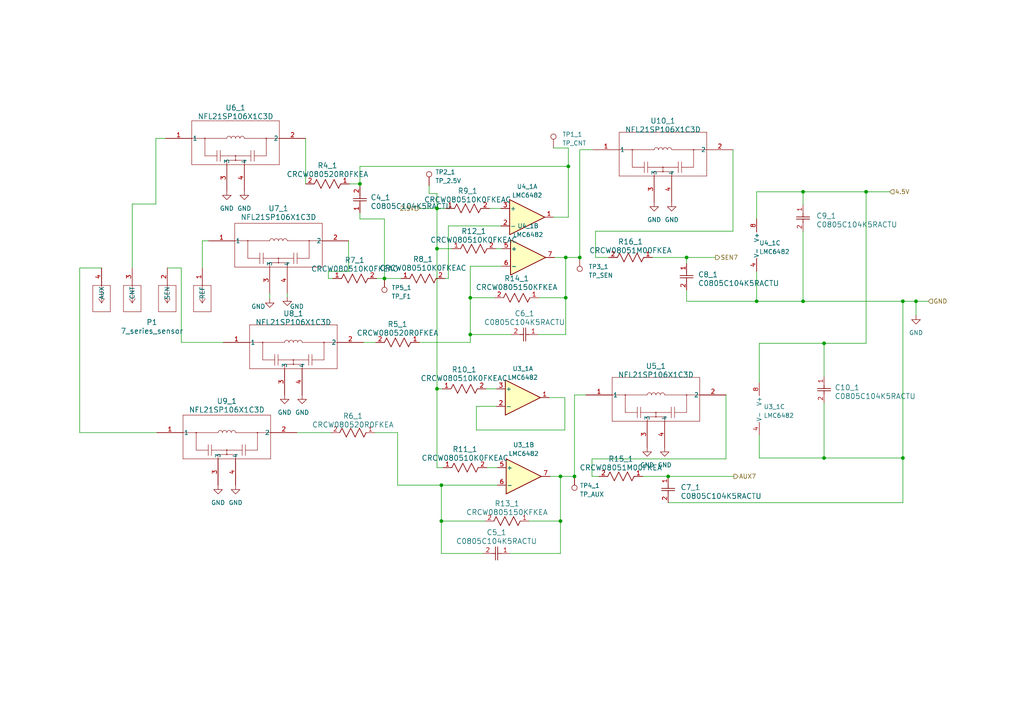
<source format=kicad_sch>
(kicad_sch (version 20230121) (generator eeschema)

  (uuid eb42d6de-43fa-4878-a8e0-7916a1c4a310)

  (paper "A4")

  (lib_symbols
    (symbol "2023-07-19_08-42-50:NFL21SP106X1C3D" (pin_names (offset 0.254)) (in_bom yes) (on_board yes)
      (property "Reference" "U" (at 20.32 10.16 0)
        (effects (font (size 1.524 1.524)))
      )
      (property "Value" "NFL21SP106X1C3D" (at 20.32 7.62 0)
        (effects (font (size 1.524 1.524)))
      )
      (property "Footprint" "GCAP_NFL21SP106X1C3D_MUR" (at 0 0 0)
        (effects (font (size 1.27 1.27) italic) hide)
      )
      (property "Datasheet" "NFL21SP106X1C3D" (at 0 0 0)
        (effects (font (size 1.27 1.27) italic) hide)
      )
      (property "ki_locked" "" (at 0 0 0)
        (effects (font (size 1.27 1.27)))
      )
      (property "ki_keywords" "NFL21SP106X1C3D" (at 0 0 0)
        (effects (font (size 1.27 1.27)) hide)
      )
      (property "ki_fp_filters" "GCAP_NFL21SP106X1C3D_MUR GCAP_NFL21SP106X1C3D_MUR-M GCAP_NFL21SP106X1C3D_MUR-L" (at 0 0 0)
        (effects (font (size 1.27 1.27)) hide)
      )
      (symbol "NFL21SP106X1C3D_0_1"
        (polyline
          (pts
            (xy 7.62 -7.62)
            (xy 33.02 -7.62)
          )
          (stroke (width 0.127) (type default))
          (fill (type none))
        )
        (polyline
          (pts
            (xy 7.62 0)
            (xy 17.78 0)
          )
          (stroke (width 0.127) (type default))
          (fill (type none))
        )
        (polyline
          (pts
            (xy 7.62 5.08)
            (xy 7.62 -7.62)
          )
          (stroke (width 0.127) (type default))
          (fill (type none))
        )
        (polyline
          (pts
            (xy 11.43 -5.08)
            (xy 14.9225 -5.08)
          )
          (stroke (width 0.127) (type default))
          (fill (type none))
        )
        (polyline
          (pts
            (xy 11.43 0)
            (xy 11.43 -5.08)
          )
          (stroke (width 0.127) (type default))
          (fill (type none))
        )
        (polyline
          (pts
            (xy 14.9225 -3.4925)
            (xy 14.9225 -6.6675)
          )
          (stroke (width 0.127) (type default))
          (fill (type none))
        )
        (polyline
          (pts
            (xy 15.875 -6.6675)
            (xy 15.875 -3.4925)
          )
          (stroke (width 0.127) (type default))
          (fill (type none))
        )
        (polyline
          (pts
            (xy 17.78 -6.35)
            (xy 17.78 -7.62)
          )
          (stroke (width 0.127) (type default))
          (fill (type none))
        )
        (polyline
          (pts
            (xy 17.78 -6.35)
            (xy 22.86 -6.35)
          )
          (stroke (width 0.127) (type default))
          (fill (type none))
        )
        (polyline
          (pts
            (xy 20.32 -6.35)
            (xy 20.32 -5.08)
          )
          (stroke (width 0.127) (type default))
          (fill (type none))
        )
        (polyline
          (pts
            (xy 22.86 -6.35)
            (xy 22.86 -7.62)
          )
          (stroke (width 0.127) (type default))
          (fill (type none))
        )
        (polyline
          (pts
            (xy 22.86 0)
            (xy 33.02 0)
          )
          (stroke (width 0.127) (type default))
          (fill (type none))
        )
        (polyline
          (pts
            (xy 24.765 -5.08)
            (xy 15.875 -5.08)
          )
          (stroke (width 0.127) (type default))
          (fill (type none))
        )
        (polyline
          (pts
            (xy 24.765 -3.4925)
            (xy 24.765 -6.6675)
          )
          (stroke (width 0.127) (type default))
          (fill (type none))
        )
        (polyline
          (pts
            (xy 25.7175 -5.08)
            (xy 29.21 -5.08)
          )
          (stroke (width 0.127) (type default))
          (fill (type none))
        )
        (polyline
          (pts
            (xy 25.7175 -3.4925)
            (xy 25.7175 -6.6675)
          )
          (stroke (width 0.127) (type default))
          (fill (type none))
        )
        (polyline
          (pts
            (xy 29.21 0)
            (xy 29.21 -5.08)
          )
          (stroke (width 0.127) (type default))
          (fill (type none))
        )
        (polyline
          (pts
            (xy 33.02 -7.62)
            (xy 33.02 5.08)
          )
          (stroke (width 0.127) (type default))
          (fill (type none))
        )
        (polyline
          (pts
            (xy 33.02 5.08)
            (xy 7.62 5.08)
          )
          (stroke (width 0.127) (type default))
          (fill (type none))
        )
        (circle (center 11.43 0) (radius 0.127)
          (stroke (width 0.127) (type default))
          (fill (type none))
        )
        (arc (start 19.05 0) (mid 18.415 0.6323) (end 17.78 0)
          (stroke (width 0.127) (type default))
          (fill (type none))
        )
        (circle (center 20.32 -6.35) (radius 0.127)
          (stroke (width 0.127) (type default))
          (fill (type none))
        )
        (circle (center 20.32 -5.08) (radius 0.127)
          (stroke (width 0.127) (type default))
          (fill (type none))
        )
        (arc (start 20.32 0) (mid 19.685 0.6323) (end 19.05 0)
          (stroke (width 0.127) (type default))
          (fill (type none))
        )
        (arc (start 21.59 0) (mid 20.955 0.6323) (end 20.32 0)
          (stroke (width 0.127) (type default))
          (fill (type none))
        )
        (arc (start 22.86 0) (mid 22.225 0.6323) (end 21.59 0)
          (stroke (width 0.127) (type default))
          (fill (type none))
        )
        (circle (center 29.21 0) (radius 0.127)
          (stroke (width 0.127) (type default))
          (fill (type none))
        )
        (pin unspecified line (at 0 0 0) (length 7.62)
          (name "1" (effects (font (size 1.27 1.27))))
          (number "1" (effects (font (size 1.27 1.27))))
        )
        (pin unspecified line (at 40.64 0 180) (length 7.62)
          (name "2" (effects (font (size 1.27 1.27))))
          (number "2" (effects (font (size 1.27 1.27))))
        )
        (pin unspecified line (at 17.78 -15.24 90) (length 7.62)
          (name "3" (effects (font (size 1.27 1.27))))
          (number "3" (effects (font (size 1.27 1.27))))
        )
        (pin unspecified line (at 22.86 -15.24 90) (length 7.62)
          (name "4" (effects (font (size 1.27 1.27))))
          (number "4" (effects (font (size 1.27 1.27))))
        )
      )
    )
    (symbol "7_series_sensor:7_series_sensor" (pin_names (offset 0.254)) (in_bom yes) (on_board yes)
      (property "Reference" "J" (at 8.89 6.35 0)
        (effects (font (size 1.524 1.524)))
      )
      (property "Value" "7_series_sensor" (at -2.54 6.35 0)
        (effects (font (size 1.524 1.524)))
      )
      (property "Footprint" "CONN_0331-0-15-15-18-14-10-0_MIM" (at 1.27 -5.08 0)
        (effects (font (size 1.27 1.27) italic) hide)
      )
      (property "Datasheet" "0331-0-15-15-18-14-10-0" (at 1.27 -2.54 0)
        (effects (font (size 1.27 1.27) italic) hide)
      )
      (property "ki_locked" "" (at 0 0 0)
        (effects (font (size 1.27 1.27)))
      )
      (property "ki_keywords" "0331-0-15-15-18-14-10-0" (at 0 0 0)
        (effects (font (size 1.27 1.27)) hide)
      )
      (property "ki_fp_filters" "CONN_0331-0-15-15-18-14-10-0_MIM" (at 0 0 0)
        (effects (font (size 1.27 1.27)) hide)
      )
      (symbol "7_series_sensor_1_1"
        (polyline
          (pts
            (xy -36.83 7.62)
            (xy -31.75 7.62)
          )
          (stroke (width 0.127) (type default))
          (fill (type none))
        )
        (polyline
          (pts
            (xy -36.83 15.24)
            (xy -36.83 7.62)
          )
          (stroke (width 0.127) (type default))
          (fill (type none))
        )
        (polyline
          (pts
            (xy -34.29 10.16)
            (xy -35.1367 11.43)
          )
          (stroke (width 0.127) (type default))
          (fill (type none))
        )
        (polyline
          (pts
            (xy -34.29 10.16)
            (xy -34.29 15.24)
          )
          (stroke (width 0.127) (type default))
          (fill (type none))
        )
        (polyline
          (pts
            (xy -34.29 10.16)
            (xy -33.4433 11.43)
          )
          (stroke (width 0.127) (type default))
          (fill (type none))
        )
        (polyline
          (pts
            (xy -31.75 7.62)
            (xy -31.75 15.24)
          )
          (stroke (width 0.127) (type default))
          (fill (type none))
        )
        (polyline
          (pts
            (xy -31.75 15.24)
            (xy -36.83 15.24)
          )
          (stroke (width 0.127) (type default))
          (fill (type none))
        )
        (polyline
          (pts
            (xy -27.94 7.62)
            (xy -22.86 7.62)
          )
          (stroke (width 0.127) (type default))
          (fill (type none))
        )
        (polyline
          (pts
            (xy -27.94 15.24)
            (xy -27.94 7.62)
          )
          (stroke (width 0.127) (type default))
          (fill (type none))
        )
        (polyline
          (pts
            (xy -25.4 10.16)
            (xy -26.2467 11.43)
          )
          (stroke (width 0.127) (type default))
          (fill (type none))
        )
        (polyline
          (pts
            (xy -25.4 10.16)
            (xy -25.4 15.24)
          )
          (stroke (width 0.127) (type default))
          (fill (type none))
        )
        (polyline
          (pts
            (xy -25.4 10.16)
            (xy -24.5533 11.43)
          )
          (stroke (width 0.127) (type default))
          (fill (type none))
        )
        (polyline
          (pts
            (xy -22.86 7.62)
            (xy -22.86 15.24)
          )
          (stroke (width 0.127) (type default))
          (fill (type none))
        )
        (polyline
          (pts
            (xy -22.86 15.24)
            (xy -27.94 15.24)
          )
          (stroke (width 0.127) (type default))
          (fill (type none))
        )
        (polyline
          (pts
            (xy -17.78 7.62)
            (xy -12.7 7.62)
          )
          (stroke (width 0.127) (type default))
          (fill (type none))
        )
        (polyline
          (pts
            (xy -17.78 15.24)
            (xy -17.78 7.62)
          )
          (stroke (width 0.127) (type default))
          (fill (type none))
        )
        (polyline
          (pts
            (xy -15.24 10.16)
            (xy -16.0867 11.43)
          )
          (stroke (width 0.127) (type default))
          (fill (type none))
        )
        (polyline
          (pts
            (xy -15.24 10.16)
            (xy -15.24 15.24)
          )
          (stroke (width 0.127) (type default))
          (fill (type none))
        )
        (polyline
          (pts
            (xy -15.24 10.16)
            (xy -14.3933 11.43)
          )
          (stroke (width 0.127) (type default))
          (fill (type none))
        )
        (polyline
          (pts
            (xy -12.7 7.62)
            (xy -12.7 15.24)
          )
          (stroke (width 0.127) (type default))
          (fill (type none))
        )
        (polyline
          (pts
            (xy -12.7 15.24)
            (xy -17.78 15.24)
          )
          (stroke (width 0.127) (type default))
          (fill (type none))
        )
        (polyline
          (pts
            (xy -7.62 7.62)
            (xy -2.54 7.62)
          )
          (stroke (width 0.127) (type default))
          (fill (type none))
        )
        (polyline
          (pts
            (xy -7.62 15.24)
            (xy -7.62 7.62)
          )
          (stroke (width 0.127) (type default))
          (fill (type none))
        )
        (polyline
          (pts
            (xy -5.08 10.16)
            (xy -5.9267 11.43)
          )
          (stroke (width 0.127) (type default))
          (fill (type none))
        )
        (polyline
          (pts
            (xy -5.08 10.16)
            (xy -5.08 15.24)
          )
          (stroke (width 0.127) (type default))
          (fill (type none))
        )
        (polyline
          (pts
            (xy -5.08 10.16)
            (xy -4.2333 11.43)
          )
          (stroke (width 0.127) (type default))
          (fill (type none))
        )
        (polyline
          (pts
            (xy -2.54 7.62)
            (xy -2.54 15.24)
          )
          (stroke (width 0.127) (type default))
          (fill (type none))
        )
        (polyline
          (pts
            (xy -2.54 15.24)
            (xy -7.62 15.24)
          )
          (stroke (width 0.127) (type default))
          (fill (type none))
        )
        (pin bidirectional line (at -5.08 20.32 270) (length 5.08)
          (name "REF" (effects (font (size 1.27 1.27))))
          (number "1" (effects (font (size 1.27 1.27))))
        )
        (pin bidirectional line (at -15.24 20.32 270) (length 5.08)
          (name "SEN" (effects (font (size 1.27 1.27))))
          (number "2" (effects (font (size 1.27 1.27))))
        )
        (pin bidirectional line (at -25.4 20.32 270) (length 5.08)
          (name "CNT" (effects (font (size 1.27 1.27))))
          (number "3" (effects (font (size 1.27 1.27))))
        )
        (pin bidirectional line (at -34.29 20.32 270) (length 5.08)
          (name "AUX" (effects (font (size 1.27 1.27))))
          (number "4" (effects (font (size 1.27 1.27))))
        )
      )
      (symbol "7_series_sensor_1_2"
        (polyline
          (pts
            (xy 5.08 -2.54)
            (xy 12.7 -2.54)
          )
          (stroke (width 0.127) (type default))
          (fill (type none))
        )
        (polyline
          (pts
            (xy 5.08 2.54)
            (xy 5.08 -2.54)
          )
          (stroke (width 0.127) (type default))
          (fill (type none))
        )
        (polyline
          (pts
            (xy 7.62 0)
            (xy 5.08 0)
          )
          (stroke (width 0.127) (type default))
          (fill (type none))
        )
        (polyline
          (pts
            (xy 7.62 0)
            (xy 8.89 -0.8467)
          )
          (stroke (width 0.127) (type default))
          (fill (type none))
        )
        (polyline
          (pts
            (xy 7.62 0)
            (xy 8.89 0.8467)
          )
          (stroke (width 0.127) (type default))
          (fill (type none))
        )
        (polyline
          (pts
            (xy 12.7 -2.54)
            (xy 12.7 2.54)
          )
          (stroke (width 0.127) (type default))
          (fill (type none))
        )
        (polyline
          (pts
            (xy 12.7 2.54)
            (xy 5.08 2.54)
          )
          (stroke (width 0.127) (type default))
          (fill (type none))
        )
        (pin unspecified line (at 0 0 0) (length 5.08)
          (name "1" (effects (font (size 1.27 1.27))))
          (number "1" (effects (font (size 1.27 1.27))))
        )
      )
    )
    (symbol "Amplifier_Operational:LMC6482" (pin_names (offset 0.127)) (in_bom yes) (on_board yes)
      (property "Reference" "U" (at 0 5.08 0)
        (effects (font (size 1.27 1.27)) (justify left))
      )
      (property "Value" "LMC6482" (at 0 -5.08 0)
        (effects (font (size 1.27 1.27)) (justify left))
      )
      (property "Footprint" "" (at 0 0 0)
        (effects (font (size 1.27 1.27)) hide)
      )
      (property "Datasheet" "http://www.ti.com/lit/ds/symlink/lmc6482.pdf" (at 0 0 0)
        (effects (font (size 1.27 1.27)) hide)
      )
      (property "ki_locked" "" (at 0 0 0)
        (effects (font (size 1.27 1.27)))
      )
      (property "ki_keywords" "dual opamp" (at 0 0 0)
        (effects (font (size 1.27 1.27)) hide)
      )
      (property "ki_description" "Dual CMOS Rail-to-Rail Input and Output Operational Amplifier, DIP-8/SOIC-8, SSOP-8" (at 0 0 0)
        (effects (font (size 1.27 1.27)) hide)
      )
      (property "ki_fp_filters" "SOIC*3.9x4.9mm*P1.27mm* DIP*W7.62mm* TO*99* OnSemi*Micro8* TSSOP*3x3mm*P0.65mm* TSSOP*4.4x3mm*P0.65mm* MSOP*3x3mm*P0.65mm* SSOP*3.9x4.9mm*P0.635mm* LFCSP*2x2mm*P0.5mm* *SIP* SOIC*5.3x6.2mm*P1.27mm*" (at 0 0 0)
        (effects (font (size 1.27 1.27)) hide)
      )
      (symbol "LMC6482_1_1"
        (polyline
          (pts
            (xy -5.08 5.08)
            (xy 5.08 0)
            (xy -5.08 -5.08)
            (xy -5.08 5.08)
          )
          (stroke (width 0.254) (type default))
          (fill (type background))
        )
        (pin output line (at 7.62 0 180) (length 2.54)
          (name "~" (effects (font (size 1.27 1.27))))
          (number "1" (effects (font (size 1.27 1.27))))
        )
        (pin input line (at -7.62 -2.54 0) (length 2.54)
          (name "-" (effects (font (size 1.27 1.27))))
          (number "2" (effects (font (size 1.27 1.27))))
        )
        (pin input line (at -7.62 2.54 0) (length 2.54)
          (name "+" (effects (font (size 1.27 1.27))))
          (number "3" (effects (font (size 1.27 1.27))))
        )
      )
      (symbol "LMC6482_2_1"
        (polyline
          (pts
            (xy -5.08 5.08)
            (xy 5.08 0)
            (xy -5.08 -5.08)
            (xy -5.08 5.08)
          )
          (stroke (width 0.254) (type default))
          (fill (type background))
        )
        (pin input line (at -7.62 2.54 0) (length 2.54)
          (name "+" (effects (font (size 1.27 1.27))))
          (number "5" (effects (font (size 1.27 1.27))))
        )
        (pin input line (at -7.62 -2.54 0) (length 2.54)
          (name "-" (effects (font (size 1.27 1.27))))
          (number "6" (effects (font (size 1.27 1.27))))
        )
        (pin output line (at 7.62 0 180) (length 2.54)
          (name "~" (effects (font (size 1.27 1.27))))
          (number "7" (effects (font (size 1.27 1.27))))
        )
      )
      (symbol "LMC6482_3_1"
        (pin power_in line (at -2.54 -7.62 90) (length 3.81)
          (name "V-" (effects (font (size 1.27 1.27))))
          (number "4" (effects (font (size 1.27 1.27))))
        )
        (pin power_in line (at -2.54 7.62 270) (length 3.81)
          (name "V+" (effects (font (size 1.27 1.27))))
          (number "8" (effects (font (size 1.27 1.27))))
        )
      )
    )
    (symbol "Connector:TestPoint" (pin_numbers hide) (pin_names (offset 0.762) hide) (in_bom yes) (on_board yes)
      (property "Reference" "TP" (at 0 6.858 0)
        (effects (font (size 1.27 1.27)))
      )
      (property "Value" "TestPoint" (at 0 5.08 0)
        (effects (font (size 1.27 1.27)))
      )
      (property "Footprint" "" (at 5.08 0 0)
        (effects (font (size 1.27 1.27)) hide)
      )
      (property "Datasheet" "~" (at 5.08 0 0)
        (effects (font (size 1.27 1.27)) hide)
      )
      (property "ki_keywords" "test point tp" (at 0 0 0)
        (effects (font (size 1.27 1.27)) hide)
      )
      (property "ki_description" "test point" (at 0 0 0)
        (effects (font (size 1.27 1.27)) hide)
      )
      (property "ki_fp_filters" "Pin* Test*" (at 0 0 0)
        (effects (font (size 1.27 1.27)) hide)
      )
      (symbol "TestPoint_0_1"
        (circle (center 0 3.302) (radius 0.762)
          (stroke (width 0) (type default))
          (fill (type none))
        )
      )
      (symbol "TestPoint_1_1"
        (pin passive line (at 0 0 90) (length 2.54)
          (name "1" (effects (font (size 1.27 1.27))))
          (number "1" (effects (font (size 1.27 1.27))))
        )
      )
    )
    (symbol "Vishay_10k:CRCW080510K0FKEAC" (pin_names (offset 0.254)) (in_bom yes) (on_board yes)
      (property "Reference" "R" (at 5.715 3.81 0)
        (effects (font (size 1.524 1.524)))
      )
      (property "Value" "CRCW080510K0FKEAC" (at 6.35 -3.81 0)
        (effects (font (size 1.524 1.524)))
      )
      (property "Footprint" "RES_CRCW_0805_VIS" (at 0 0 0)
        (effects (font (size 1.27 1.27) italic) hide)
      )
      (property "Datasheet" "CRCW080510K0FKEAC" (at 0 0 0)
        (effects (font (size 1.27 1.27) italic) hide)
      )
      (property "ki_locked" "" (at 0 0 0)
        (effects (font (size 1.27 1.27)))
      )
      (property "ki_keywords" "CRCW080510K0FKEAC" (at 0 0 0)
        (effects (font (size 1.27 1.27)) hide)
      )
      (property "ki_fp_filters" "RES_CRCW_0805_VIS RES_CRCW_0805_VIS-M RES_CRCW_0805_VIS-L" (at 0 0 0)
        (effects (font (size 1.27 1.27)) hide)
      )
      (symbol "CRCW080510K0FKEAC_1_1"
        (polyline
          (pts
            (xy 2.54 0)
            (xy 3.175 1.27)
          )
          (stroke (width 0.2032) (type default))
          (fill (type none))
        )
        (polyline
          (pts
            (xy 3.175 1.27)
            (xy 4.445 -1.27)
          )
          (stroke (width 0.2032) (type default))
          (fill (type none))
        )
        (polyline
          (pts
            (xy 4.445 -1.27)
            (xy 5.715 1.27)
          )
          (stroke (width 0.2032) (type default))
          (fill (type none))
        )
        (polyline
          (pts
            (xy 5.715 1.27)
            (xy 6.985 -1.27)
          )
          (stroke (width 0.2032) (type default))
          (fill (type none))
        )
        (polyline
          (pts
            (xy 6.985 -1.27)
            (xy 8.255 1.27)
          )
          (stroke (width 0.2032) (type default))
          (fill (type none))
        )
        (polyline
          (pts
            (xy 8.255 1.27)
            (xy 9.525 -1.27)
          )
          (stroke (width 0.2032) (type default))
          (fill (type none))
        )
        (polyline
          (pts
            (xy 9.525 -1.27)
            (xy 10.16 0)
          )
          (stroke (width 0.2032) (type default))
          (fill (type none))
        )
        (pin unspecified line (at 0 0 0) (length 2.54)
          (name "" (effects (font (size 1.27 1.27))))
          (number "1" (effects (font (size 1.27 1.27))))
        )
        (pin unspecified line (at 12.7 0 180) (length 2.54)
          (name "" (effects (font (size 1.27 1.27))))
          (number "2" (effects (font (size 1.27 1.27))))
        )
      )
      (symbol "CRCW080510K0FKEAC_1_2"
        (polyline
          (pts
            (xy -1.27 3.175)
            (xy 1.27 4.445)
          )
          (stroke (width 0.2032) (type default))
          (fill (type none))
        )
        (polyline
          (pts
            (xy -1.27 5.715)
            (xy 1.27 6.985)
          )
          (stroke (width 0.2032) (type default))
          (fill (type none))
        )
        (polyline
          (pts
            (xy -1.27 8.255)
            (xy 1.27 9.525)
          )
          (stroke (width 0.2032) (type default))
          (fill (type none))
        )
        (polyline
          (pts
            (xy 0 2.54)
            (xy -1.27 3.175)
          )
          (stroke (width 0.2032) (type default))
          (fill (type none))
        )
        (polyline
          (pts
            (xy 1.27 4.445)
            (xy -1.27 5.715)
          )
          (stroke (width 0.2032) (type default))
          (fill (type none))
        )
        (polyline
          (pts
            (xy 1.27 6.985)
            (xy -1.27 8.255)
          )
          (stroke (width 0.2032) (type default))
          (fill (type none))
        )
        (polyline
          (pts
            (xy 1.27 9.525)
            (xy 0 10.16)
          )
          (stroke (width 0.2032) (type default))
          (fill (type none))
        )
        (pin unspecified line (at 0 12.7 270) (length 2.54)
          (name "" (effects (font (size 1.27 1.27))))
          (number "1" (effects (font (size 1.27 1.27))))
        )
        (pin unspecified line (at 0 0 90) (length 2.54)
          (name "" (effects (font (size 1.27 1.27))))
          (number "2" (effects (font (size 1.27 1.27))))
        )
      )
    )
    (symbol "Vishay_150k:CRCW0805150KFKEA" (pin_names (offset 0.254)) (in_bom yes) (on_board yes)
      (property "Reference" "R" (at 5.715 3.81 0)
        (effects (font (size 1.524 1.524)))
      )
      (property "Value" "CRCW0805150KFKEA" (at 6.35 -3.81 0)
        (effects (font (size 1.524 1.524)))
      )
      (property "Footprint" "RC0805N_VIS" (at 0 0 0)
        (effects (font (size 1.27 1.27) italic) hide)
      )
      (property "Datasheet" "CRCW0805150KFKEA" (at 0 0 0)
        (effects (font (size 1.27 1.27) italic) hide)
      )
      (property "ki_locked" "" (at 0 0 0)
        (effects (font (size 1.27 1.27)))
      )
      (property "ki_keywords" "CRCW0805150KFKEA" (at 0 0 0)
        (effects (font (size 1.27 1.27)) hide)
      )
      (property "ki_fp_filters" "RC0805N_VIS RC0805N_VIS-M RC0805N_VIS-L" (at 0 0 0)
        (effects (font (size 1.27 1.27)) hide)
      )
      (symbol "CRCW0805150KFKEA_1_1"
        (polyline
          (pts
            (xy 2.54 0)
            (xy 3.175 1.27)
          )
          (stroke (width 0.2032) (type default))
          (fill (type none))
        )
        (polyline
          (pts
            (xy 3.175 1.27)
            (xy 4.445 -1.27)
          )
          (stroke (width 0.2032) (type default))
          (fill (type none))
        )
        (polyline
          (pts
            (xy 4.445 -1.27)
            (xy 5.715 1.27)
          )
          (stroke (width 0.2032) (type default))
          (fill (type none))
        )
        (polyline
          (pts
            (xy 5.715 1.27)
            (xy 6.985 -1.27)
          )
          (stroke (width 0.2032) (type default))
          (fill (type none))
        )
        (polyline
          (pts
            (xy 6.985 -1.27)
            (xy 8.255 1.27)
          )
          (stroke (width 0.2032) (type default))
          (fill (type none))
        )
        (polyline
          (pts
            (xy 8.255 1.27)
            (xy 9.525 -1.27)
          )
          (stroke (width 0.2032) (type default))
          (fill (type none))
        )
        (polyline
          (pts
            (xy 9.525 -1.27)
            (xy 10.16 0)
          )
          (stroke (width 0.2032) (type default))
          (fill (type none))
        )
        (pin unspecified line (at 12.7 0 180) (length 2.54)
          (name "" (effects (font (size 1.27 1.27))))
          (number "1" (effects (font (size 1.27 1.27))))
        )
        (pin unspecified line (at 0 0 0) (length 2.54)
          (name "" (effects (font (size 1.27 1.27))))
          (number "2" (effects (font (size 1.27 1.27))))
        )
      )
      (symbol "CRCW0805150KFKEA_1_2"
        (polyline
          (pts
            (xy -1.27 3.175)
            (xy 1.27 4.445)
          )
          (stroke (width 0.2032) (type default))
          (fill (type none))
        )
        (polyline
          (pts
            (xy -1.27 5.715)
            (xy 1.27 6.985)
          )
          (stroke (width 0.2032) (type default))
          (fill (type none))
        )
        (polyline
          (pts
            (xy -1.27 8.255)
            (xy 1.27 9.525)
          )
          (stroke (width 0.2032) (type default))
          (fill (type none))
        )
        (polyline
          (pts
            (xy 0 2.54)
            (xy -1.27 3.175)
          )
          (stroke (width 0.2032) (type default))
          (fill (type none))
        )
        (polyline
          (pts
            (xy 1.27 4.445)
            (xy -1.27 5.715)
          )
          (stroke (width 0.2032) (type default))
          (fill (type none))
        )
        (polyline
          (pts
            (xy 1.27 6.985)
            (xy -1.27 8.255)
          )
          (stroke (width 0.2032) (type default))
          (fill (type none))
        )
        (polyline
          (pts
            (xy 1.27 9.525)
            (xy 0 10.16)
          )
          (stroke (width 0.2032) (type default))
          (fill (type none))
        )
        (pin unspecified line (at 0 12.7 270) (length 2.54)
          (name "" (effects (font (size 1.27 1.27))))
          (number "1" (effects (font (size 1.27 1.27))))
        )
        (pin unspecified line (at 0 0 90) (length 2.54)
          (name "" (effects (font (size 1.27 1.27))))
          (number "2" (effects (font (size 1.27 1.27))))
        )
      )
    )
    (symbol "Vishay_1M:CRCW08051M00FKEA" (pin_names (offset 0.254)) (in_bom yes) (on_board yes)
      (property "Reference" "R" (at 5.715 3.81 0)
        (effects (font (size 1.524 1.524)))
      )
      (property "Value" "CRCW08051M00FKEA" (at 6.35 -3.81 0)
        (effects (font (size 1.524 1.524)))
      )
      (property "Footprint" "RES_CRCW_0805" (at 0 0 0)
        (effects (font (size 1.27 1.27) italic) hide)
      )
      (property "Datasheet" "CRCW08051M00FKEA" (at 0 0 0)
        (effects (font (size 1.27 1.27) italic) hide)
      )
      (property "ki_locked" "" (at 0 0 0)
        (effects (font (size 1.27 1.27)))
      )
      (property "ki_keywords" "CRCW08051M00FKEA" (at 0 0 0)
        (effects (font (size 1.27 1.27)) hide)
      )
      (property "ki_fp_filters" "RES_CRCW_0805 RES_CRCW_0805-M RES_CRCW_0805-L" (at 0 0 0)
        (effects (font (size 1.27 1.27)) hide)
      )
      (symbol "CRCW08051M00FKEA_1_1"
        (polyline
          (pts
            (xy 2.54 0)
            (xy 3.175 1.27)
          )
          (stroke (width 0.2032) (type default))
          (fill (type none))
        )
        (polyline
          (pts
            (xy 3.175 1.27)
            (xy 4.445 -1.27)
          )
          (stroke (width 0.2032) (type default))
          (fill (type none))
        )
        (polyline
          (pts
            (xy 4.445 -1.27)
            (xy 5.715 1.27)
          )
          (stroke (width 0.2032) (type default))
          (fill (type none))
        )
        (polyline
          (pts
            (xy 5.715 1.27)
            (xy 6.985 -1.27)
          )
          (stroke (width 0.2032) (type default))
          (fill (type none))
        )
        (polyline
          (pts
            (xy 6.985 -1.27)
            (xy 8.255 1.27)
          )
          (stroke (width 0.2032) (type default))
          (fill (type none))
        )
        (polyline
          (pts
            (xy 8.255 1.27)
            (xy 9.525 -1.27)
          )
          (stroke (width 0.2032) (type default))
          (fill (type none))
        )
        (polyline
          (pts
            (xy 9.525 -1.27)
            (xy 10.16 0)
          )
          (stroke (width 0.2032) (type default))
          (fill (type none))
        )
        (pin unspecified line (at 12.7 0 180) (length 2.54)
          (name "" (effects (font (size 1.27 1.27))))
          (number "1" (effects (font (size 1.27 1.27))))
        )
        (pin unspecified line (at 0 0 0) (length 2.54)
          (name "" (effects (font (size 1.27 1.27))))
          (number "2" (effects (font (size 1.27 1.27))))
        )
      )
      (symbol "CRCW08051M00FKEA_1_2"
        (polyline
          (pts
            (xy -1.27 3.175)
            (xy 1.27 4.445)
          )
          (stroke (width 0.2032) (type default))
          (fill (type none))
        )
        (polyline
          (pts
            (xy -1.27 5.715)
            (xy 1.27 6.985)
          )
          (stroke (width 0.2032) (type default))
          (fill (type none))
        )
        (polyline
          (pts
            (xy -1.27 8.255)
            (xy 1.27 9.525)
          )
          (stroke (width 0.2032) (type default))
          (fill (type none))
        )
        (polyline
          (pts
            (xy 0 2.54)
            (xy -1.27 3.175)
          )
          (stroke (width 0.2032) (type default))
          (fill (type none))
        )
        (polyline
          (pts
            (xy 1.27 4.445)
            (xy -1.27 5.715)
          )
          (stroke (width 0.2032) (type default))
          (fill (type none))
        )
        (polyline
          (pts
            (xy 1.27 6.985)
            (xy -1.27 8.255)
          )
          (stroke (width 0.2032) (type default))
          (fill (type none))
        )
        (polyline
          (pts
            (xy 1.27 9.525)
            (xy 0 10.16)
          )
          (stroke (width 0.2032) (type default))
          (fill (type none))
        )
        (pin unspecified line (at 0 12.7 270) (length 2.54)
          (name "" (effects (font (size 1.27 1.27))))
          (number "1" (effects (font (size 1.27 1.27))))
        )
        (pin unspecified line (at 0 0 90) (length 2.54)
          (name "" (effects (font (size 1.27 1.27))))
          (number "2" (effects (font (size 1.27 1.27))))
        )
      )
    )
    (symbol "Vishay_20R:CRCW080520R0FKEA" (pin_names (offset 0.254)) (in_bom yes) (on_board yes)
      (property "Reference" "R" (at 5.715 3.81 0)
        (effects (font (size 1.524 1.524)))
      )
      (property "Value" "CRCW080520R0FKEA" (at 6.35 -3.81 0)
        (effects (font (size 1.524 1.524)))
      )
      (property "Footprint" "RC0805N_VIS" (at 0 0 0)
        (effects (font (size 1.27 1.27) italic) hide)
      )
      (property "Datasheet" "CRCW080520R0FKEA" (at 0 0 0)
        (effects (font (size 1.27 1.27) italic) hide)
      )
      (property "ki_locked" "" (at 0 0 0)
        (effects (font (size 1.27 1.27)))
      )
      (property "ki_keywords" "CRCW080520R0FKEA" (at 0 0 0)
        (effects (font (size 1.27 1.27)) hide)
      )
      (property "ki_fp_filters" "RC0805N_VIS RC0805N_VIS-M RC0805N_VIS-L" (at 0 0 0)
        (effects (font (size 1.27 1.27)) hide)
      )
      (symbol "CRCW080520R0FKEA_1_1"
        (polyline
          (pts
            (xy 2.54 0)
            (xy 3.175 1.27)
          )
          (stroke (width 0.2032) (type default))
          (fill (type none))
        )
        (polyline
          (pts
            (xy 3.175 1.27)
            (xy 4.445 -1.27)
          )
          (stroke (width 0.2032) (type default))
          (fill (type none))
        )
        (polyline
          (pts
            (xy 4.445 -1.27)
            (xy 5.715 1.27)
          )
          (stroke (width 0.2032) (type default))
          (fill (type none))
        )
        (polyline
          (pts
            (xy 5.715 1.27)
            (xy 6.985 -1.27)
          )
          (stroke (width 0.2032) (type default))
          (fill (type none))
        )
        (polyline
          (pts
            (xy 6.985 -1.27)
            (xy 8.255 1.27)
          )
          (stroke (width 0.2032) (type default))
          (fill (type none))
        )
        (polyline
          (pts
            (xy 8.255 1.27)
            (xy 9.525 -1.27)
          )
          (stroke (width 0.2032) (type default))
          (fill (type none))
        )
        (polyline
          (pts
            (xy 9.525 -1.27)
            (xy 10.16 0)
          )
          (stroke (width 0.2032) (type default))
          (fill (type none))
        )
        (pin unspecified line (at 12.7 0 180) (length 2.54)
          (name "" (effects (font (size 1.27 1.27))))
          (number "1" (effects (font (size 1.27 1.27))))
        )
        (pin unspecified line (at 0 0 0) (length 2.54)
          (name "" (effects (font (size 1.27 1.27))))
          (number "2" (effects (font (size 1.27 1.27))))
        )
      )
      (symbol "CRCW080520R0FKEA_1_2"
        (polyline
          (pts
            (xy -1.27 3.175)
            (xy 1.27 4.445)
          )
          (stroke (width 0.2032) (type default))
          (fill (type none))
        )
        (polyline
          (pts
            (xy -1.27 5.715)
            (xy 1.27 6.985)
          )
          (stroke (width 0.2032) (type default))
          (fill (type none))
        )
        (polyline
          (pts
            (xy -1.27 8.255)
            (xy 1.27 9.525)
          )
          (stroke (width 0.2032) (type default))
          (fill (type none))
        )
        (polyline
          (pts
            (xy 0 2.54)
            (xy -1.27 3.175)
          )
          (stroke (width 0.2032) (type default))
          (fill (type none))
        )
        (polyline
          (pts
            (xy 1.27 4.445)
            (xy -1.27 5.715)
          )
          (stroke (width 0.2032) (type default))
          (fill (type none))
        )
        (polyline
          (pts
            (xy 1.27 6.985)
            (xy -1.27 8.255)
          )
          (stroke (width 0.2032) (type default))
          (fill (type none))
        )
        (polyline
          (pts
            (xy 1.27 9.525)
            (xy 0 10.16)
          )
          (stroke (width 0.2032) (type default))
          (fill (type none))
        )
        (pin unspecified line (at 0 12.7 270) (length 2.54)
          (name "" (effects (font (size 1.27 1.27))))
          (number "1" (effects (font (size 1.27 1.27))))
        )
        (pin unspecified line (at 0 0 90) (length 2.54)
          (name "" (effects (font (size 1.27 1.27))))
          (number "2" (effects (font (size 1.27 1.27))))
        )
      )
    )
    (symbol "kemet_0.1uf:C0805C104K5RACTU" (pin_names (offset 0.254)) (in_bom yes) (on_board yes)
      (property "Reference" "C" (at 3.81 3.81 0)
        (effects (font (size 1.524 1.524)))
      )
      (property "Value" "C0805C104K5RACTU" (at 3.81 -3.81 0)
        (effects (font (size 1.524 1.524)))
      )
      (property "Footprint" "CAPC220145_88N_KEM" (at 0 0 0)
        (effects (font (size 1.27 1.27) italic) hide)
      )
      (property "Datasheet" "C0805C104K5RACTU" (at 0 0 0)
        (effects (font (size 1.27 1.27) italic) hide)
      )
      (property "ki_locked" "" (at 0 0 0)
        (effects (font (size 1.27 1.27)))
      )
      (property "ki_keywords" "C0805C104K5RACTU" (at 0 0 0)
        (effects (font (size 1.27 1.27)) hide)
      )
      (property "ki_fp_filters" "CAPC220145_88N_KEM CAPC220145_88N_KEM-M CAPC220145_88N_KEM-L" (at 0 0 0)
        (effects (font (size 1.27 1.27)) hide)
      )
      (symbol "C0805C104K5RACTU_1_1"
        (polyline
          (pts
            (xy 2.54 0)
            (xy 3.4798 0)
          )
          (stroke (width 0.2032) (type default))
          (fill (type none))
        )
        (polyline
          (pts
            (xy 3.4798 -1.905)
            (xy 3.4798 1.905)
          )
          (stroke (width 0.2032) (type default))
          (fill (type none))
        )
        (polyline
          (pts
            (xy 4.1148 -1.905)
            (xy 4.1148 1.905)
          )
          (stroke (width 0.2032) (type default))
          (fill (type none))
        )
        (polyline
          (pts
            (xy 4.1148 0)
            (xy 5.08 0)
          )
          (stroke (width 0.2032) (type default))
          (fill (type none))
        )
        (pin unspecified line (at 0 0 0) (length 2.54)
          (name "" (effects (font (size 1.27 1.27))))
          (number "1" (effects (font (size 1.27 1.27))))
        )
        (pin unspecified line (at 7.62 0 180) (length 2.54)
          (name "" (effects (font (size 1.27 1.27))))
          (number "2" (effects (font (size 1.27 1.27))))
        )
      )
      (symbol "C0805C104K5RACTU_1_2"
        (polyline
          (pts
            (xy -1.905 -4.1148)
            (xy 1.905 -4.1148)
          )
          (stroke (width 0.2032) (type default))
          (fill (type none))
        )
        (polyline
          (pts
            (xy -1.905 -3.4798)
            (xy 1.905 -3.4798)
          )
          (stroke (width 0.2032) (type default))
          (fill (type none))
        )
        (polyline
          (pts
            (xy 0 -4.1148)
            (xy 0 -5.08)
          )
          (stroke (width 0.2032) (type default))
          (fill (type none))
        )
        (polyline
          (pts
            (xy 0 -2.54)
            (xy 0 -3.4798)
          )
          (stroke (width 0.2032) (type default))
          (fill (type none))
        )
        (pin unspecified line (at 0 0 270) (length 2.54)
          (name "" (effects (font (size 1.27 1.27))))
          (number "1" (effects (font (size 1.27 1.27))))
        )
        (pin unspecified line (at 0 -7.62 90) (length 2.54)
          (name "" (effects (font (size 1.27 1.27))))
          (number "2" (effects (font (size 1.27 1.27))))
        )
      )
    )
    (symbol "power:GND" (power) (pin_names (offset 0)) (in_bom yes) (on_board yes)
      (property "Reference" "#PWR" (at 0 -6.35 0)
        (effects (font (size 1.27 1.27)) hide)
      )
      (property "Value" "GND" (at 0 -3.81 0)
        (effects (font (size 1.27 1.27)))
      )
      (property "Footprint" "" (at 0 0 0)
        (effects (font (size 1.27 1.27)) hide)
      )
      (property "Datasheet" "" (at 0 0 0)
        (effects (font (size 1.27 1.27)) hide)
      )
      (property "ki_keywords" "global power" (at 0 0 0)
        (effects (font (size 1.27 1.27)) hide)
      )
      (property "ki_description" "Power symbol creates a global label with name \"GND\" , ground" (at 0 0 0)
        (effects (font (size 1.27 1.27)) hide)
      )
      (symbol "GND_0_1"
        (polyline
          (pts
            (xy 0 0)
            (xy 0 -1.27)
            (xy 1.27 -1.27)
            (xy 0 -2.54)
            (xy -1.27 -1.27)
            (xy 0 -1.27)
          )
          (stroke (width 0) (type default))
          (fill (type none))
        )
      )
      (symbol "GND_1_1"
        (pin power_in line (at 0 0 270) (length 0) hide
          (name "GND" (effects (font (size 1.27 1.27))))
          (number "1" (effects (font (size 1.27 1.27))))
        )
      )
    )
  )

  (junction (at 166.624 138.176) (diameter 0) (color 0 0 0 0)
    (uuid 00dd212f-1168-4e9d-be21-5d7017a913c9)
  )
  (junction (at 126.746 72.136) (diameter 0) (color 0 0 0 0)
    (uuid 046bfcbf-2731-4313-9936-ee77cbe41e86)
  )
  (junction (at 126.746 60.452) (diameter 0) (color 0 0 0 0)
    (uuid 0cef6301-61a6-44c3-a725-e9209a096cd1)
  )
  (junction (at 251.206 55.626) (diameter 0) (color 0 0 0 0)
    (uuid 10c8b3fd-908e-4e4b-b2ca-7f0ed81735b3)
  )
  (junction (at 232.918 87.376) (diameter 0) (color 0 0 0 0)
    (uuid 2bb4ae3b-6726-4a9d-ac4e-224e932838d7)
  )
  (junction (at 162.56 138.176) (diameter 0) (color 0 0 0 0)
    (uuid 2fe310f6-824d-4cb8-8a36-1c8f7b1441b2)
  )
  (junction (at 164.084 74.676) (diameter 0) (color 0 0 0 0)
    (uuid 3def5928-923b-4918-90d8-88a43aa278e2)
  )
  (junction (at 261.874 132.842) (diameter 0) (color 0 0 0 0)
    (uuid 504ec449-f51d-4d86-986c-91ed506739e5)
  )
  (junction (at 136.398 97.028) (diameter 0) (color 0 0 0 0)
    (uuid 59c8b984-fc3b-491d-9cc8-59187ca0ba49)
  )
  (junction (at 136.398 86.36) (diameter 0) (color 0 0 0 0)
    (uuid 5aea9252-c6b0-47dc-a9d1-b82feb9bbdae)
  )
  (junction (at 164.084 86.36) (diameter 0) (color 0 0 0 0)
    (uuid 6188fc88-26a2-4693-8c2a-e6d2cbda5297)
  )
  (junction (at 232.918 55.626) (diameter 0) (color 0 0 0 0)
    (uuid 61e9b575-bf99-4acd-8893-4e6438317137)
  )
  (junction (at 199.136 74.676) (diameter 0) (color 0 0 0 0)
    (uuid 643c5910-3f76-4643-981e-c9faa09efbdf)
  )
  (junction (at 164.846 48.26) (diameter 0) (color 0 0 0 0)
    (uuid 829d4585-7cf2-4a72-92b2-33388f951970)
  )
  (junction (at 128.016 151.13) (diameter 0) (color 0 0 0 0)
    (uuid 85aa8de7-707e-403f-a0fe-109a0dfef904)
  )
  (junction (at 104.394 53.34) (diameter 0) (color 0 0 0 0)
    (uuid 8d360ecc-1320-41bd-8b62-1ddb3e9bdc8a)
  )
  (junction (at 239.014 99.568) (diameter 0) (color 0 0 0 0)
    (uuid 93947f5d-8ea7-4320-b08c-d1954d4e107d)
  )
  (junction (at 168.148 74.676) (diameter 0) (color 0 0 0 0)
    (uuid cab9a8af-78c1-4d88-be25-5e67304dcd54)
  )
  (junction (at 219.456 87.376) (diameter 0) (color 0 0 0 0)
    (uuid d2ffea70-1063-459b-a079-6f14b0543d68)
  )
  (junction (at 162.56 151.13) (diameter 0) (color 0 0 0 0)
    (uuid d3cb7b4a-af43-4cdb-a26c-c5c986eea984)
  )
  (junction (at 128.016 140.716) (diameter 0) (color 0 0 0 0)
    (uuid d45cdb9d-21e4-4c5e-849d-9a99dfe132dd)
  )
  (junction (at 261.874 87.376) (diameter 0) (color 0 0 0 0)
    (uuid e263e490-8cbc-46a7-a93f-cd936cb3e927)
  )
  (junction (at 126.746 112.776) (diameter 0) (color 0 0 0 0)
    (uuid e3bd97cd-a6d4-40b8-9565-b065a5d22c17)
  )
  (junction (at 193.802 138.176) (diameter 0) (color 0 0 0 0)
    (uuid e490fd02-6f8c-4556-b895-4655099ae7d2)
  )
  (junction (at 265.684 87.376) (diameter 0) (color 0 0 0 0)
    (uuid ee21eaf6-9416-4a5f-b77f-5c830590fca9)
  )
  (junction (at 111.506 80.772) (diameter 0) (color 0 0 0 0)
    (uuid f335f243-4458-4598-b78e-e2b45b0312c9)
  )
  (junction (at 239.014 132.842) (diameter 0) (color 0 0 0 0)
    (uuid f7be5821-84d3-4b02-9aa8-3040156b1104)
  )

  (wire (pts (xy 108.712 125.476) (xy 115.316 125.476))
    (stroke (width 0) (type default))
    (uuid 04d8cd54-4509-4ca2-bbb0-b3bec8c67788)
  )
  (wire (pts (xy 261.874 132.842) (xy 261.874 87.376))
    (stroke (width 0) (type default))
    (uuid 08d6a7ea-14f5-4467-b7ef-a4334a355ba3)
  )
  (wire (pts (xy 129.032 80.772) (xy 130.048 80.772))
    (stroke (width 0) (type default))
    (uuid 0b315274-b933-4588-9b4f-6a3e2c12b73e)
  )
  (wire (pts (xy 38.354 59.182) (xy 45.212 59.182))
    (stroke (width 0) (type default))
    (uuid 0b8c883d-25d0-4b07-a5f6-fba83f38b4a2)
  )
  (wire (pts (xy 199.136 74.676) (xy 199.136 76.454))
    (stroke (width 0) (type default))
    (uuid 0c8998a4-6844-494a-aae3-761b709530fe)
  )
  (wire (pts (xy 265.684 91.44) (xy 265.684 87.376))
    (stroke (width 0) (type default))
    (uuid 0f223141-677a-4612-8d77-d2b79949c9eb)
  )
  (wire (pts (xy 104.394 53.34) (xy 104.394 48.26))
    (stroke (width 0) (type default))
    (uuid 10748017-d003-40b3-a98f-ebfa730ad7fa)
  )
  (wire (pts (xy 23.114 77.724) (xy 29.464 77.724))
    (stroke (width 0) (type default))
    (uuid 11d90f79-3a4e-4066-b600-b0eeb6159a82)
  )
  (wire (pts (xy 136.398 77.216) (xy 145.542 77.216))
    (stroke (width 0) (type default))
    (uuid 1586d9e1-c4d7-4759-8173-9c1c98ffbf49)
  )
  (wire (pts (xy 258.064 55.626) (xy 251.206 55.626))
    (stroke (width 0) (type default))
    (uuid 15e1ac97-8fd8-441e-84f6-c613aa326fd3)
  )
  (wire (pts (xy 145.288 65.532) (xy 130.048 65.532))
    (stroke (width 0) (type default))
    (uuid 1630712c-fdd7-454a-8291-b4fba7fd8c5d)
  )
  (wire (pts (xy 186.436 138.176) (xy 193.802 138.176))
    (stroke (width 0) (type default))
    (uuid 16d09c7e-42d8-40f5-b16e-dbc50f9da4dc)
  )
  (wire (pts (xy 131.064 72.136) (xy 126.746 72.136))
    (stroke (width 0) (type default))
    (uuid 16fc0935-7bfd-4c7b-8ca4-dac1ef76ffda)
  )
  (wire (pts (xy 128.016 140.716) (xy 128.016 151.13))
    (stroke (width 0) (type default))
    (uuid 17970b58-8d38-4454-9135-81e1c507e7fe)
  )
  (wire (pts (xy 58.674 69.85) (xy 60.452 69.85))
    (stroke (width 0) (type default))
    (uuid 194d2f73-fa31-4775-b565-b198c41814a0)
  )
  (wire (pts (xy 168.148 43.434) (xy 171.958 43.434))
    (stroke (width 0) (type default))
    (uuid 1bb0282b-bed9-4933-8e5a-433dee7b1b1a)
  )
  (wire (pts (xy 115.316 140.716) (xy 128.016 140.716))
    (stroke (width 0) (type default))
    (uuid 1e0c833c-da44-4768-ac71-3f7527bcb803)
  )
  (wire (pts (xy 52.578 77.724) (xy 52.578 99.314))
    (stroke (width 0) (type default))
    (uuid 1f36361f-0169-4612-8e32-d892630a1a1c)
  )
  (wire (pts (xy 104.394 63.5) (xy 111.506 63.5))
    (stroke (width 0) (type default))
    (uuid 1f4e95c0-854e-4d91-80a3-91a51b217aef)
  )
  (wire (pts (xy 126.746 135.636) (xy 128.524 135.636))
    (stroke (width 0) (type default))
    (uuid 20a5d4e2-bc1c-410c-8435-0a22c3bb48d4)
  )
  (wire (pts (xy 23.114 125.476) (xy 45.466 125.476))
    (stroke (width 0) (type default))
    (uuid 20bd38a3-01fd-47cd-bcf8-a0b49758c245)
  )
  (wire (pts (xy 232.918 55.626) (xy 219.456 55.626))
    (stroke (width 0) (type default))
    (uuid 21215b33-46de-47ab-92c4-354de59f289f)
  )
  (wire (pts (xy 45.212 40.132) (xy 45.212 59.182))
    (stroke (width 0) (type default))
    (uuid 2495f301-c235-4c5f-baf6-a71403509832)
  )
  (wire (pts (xy 88.646 40.132) (xy 88.646 53.34))
    (stroke (width 0) (type default))
    (uuid 2d346bc2-1c34-45b1-b96f-bea97992169d)
  )
  (wire (pts (xy 164.084 74.676) (xy 164.084 86.36))
    (stroke (width 0) (type default))
    (uuid 2fc24408-f120-4005-a7c8-d3f7bf89c56e)
  )
  (wire (pts (xy 199.136 87.376) (xy 219.456 87.376))
    (stroke (width 0) (type default))
    (uuid 3120ad1b-5832-457d-a7d7-e2fbedc770f8)
  )
  (wire (pts (xy 126.746 60.452) (xy 129.286 60.452))
    (stroke (width 0) (type default))
    (uuid 31b71183-7893-43e2-92f8-14717eee6cc6)
  )
  (wire (pts (xy 126.746 60.452) (xy 126.746 72.136))
    (stroke (width 0) (type default))
    (uuid 31ec31a0-39a5-4d4f-acd9-322f218397b0)
  )
  (wire (pts (xy 140.97 112.776) (xy 144.018 112.776))
    (stroke (width 0) (type default))
    (uuid 328f9629-f0df-41dc-9241-b2338330dca9)
  )
  (wire (pts (xy 52.578 99.314) (xy 64.77 99.314))
    (stroke (width 0) (type default))
    (uuid 33eb30d5-99a5-44d0-8db7-6df56370639c)
  )
  (wire (pts (xy 128.27 112.776) (xy 126.746 112.776))
    (stroke (width 0) (type default))
    (uuid 34119899-cce8-4867-a769-252378c60042)
  )
  (wire (pts (xy 166.624 114.554) (xy 166.624 138.176))
    (stroke (width 0) (type default))
    (uuid 34b5be30-e900-4685-b318-8feadb56a4f5)
  )
  (wire (pts (xy 101.092 78.74) (xy 95.25 78.74))
    (stroke (width 0) (type default))
    (uuid 364c983a-f976-4bd5-ba91-c99989896a09)
  )
  (wire (pts (xy 48.006 40.132) (xy 45.212 40.132))
    (stroke (width 0) (type default))
    (uuid 37b14a2b-47dd-4091-ae3d-946f0aca169a)
  )
  (wire (pts (xy 136.398 86.36) (xy 136.398 97.028))
    (stroke (width 0) (type default))
    (uuid 3ab44163-64e2-4456-a02f-45a789646f25)
  )
  (wire (pts (xy 210.566 133.096) (xy 171.704 133.096))
    (stroke (width 0) (type default))
    (uuid 40080eb6-03f4-4a1f-8d3a-901a911712b4)
  )
  (wire (pts (xy 23.114 77.724) (xy 23.114 125.476))
    (stroke (width 0) (type default))
    (uuid 437f0915-0d42-48d6-9232-47f2c2bd42b9)
  )
  (wire (pts (xy 220.218 110.998) (xy 220.218 99.568))
    (stroke (width 0) (type default))
    (uuid 43d9b99b-6b46-46e7-a528-e4f2d5f749ec)
  )
  (wire (pts (xy 101.092 69.85) (xy 101.092 78.74))
    (stroke (width 0) (type default))
    (uuid 4a7bdae7-6f64-442b-b061-f361b6b2ebd1)
  )
  (wire (pts (xy 138.176 124.714) (xy 138.176 117.856))
    (stroke (width 0) (type default))
    (uuid 4e7a7bc5-2e54-495a-935a-11554a57f833)
  )
  (wire (pts (xy 172.72 67.056) (xy 212.598 67.056))
    (stroke (width 0) (type default))
    (uuid 509c58e8-4b20-4f79-9517-f45740e0aad2)
  )
  (wire (pts (xy 48.514 77.724) (xy 52.578 77.724))
    (stroke (width 0) (type default))
    (uuid 53253f33-3840-41e8-9fe8-e215f4b1206f)
  )
  (wire (pts (xy 160.528 42.926) (xy 164.846 42.926))
    (stroke (width 0) (type default))
    (uuid 5793dfd2-d4a1-4916-89cd-0e208bcf690a)
  )
  (wire (pts (xy 189.23 74.676) (xy 199.136 74.676))
    (stroke (width 0) (type default))
    (uuid 59f29dce-aced-40fa-9ea2-50c62a410fa6)
  )
  (wire (pts (xy 162.56 138.176) (xy 166.624 138.176))
    (stroke (width 0) (type default))
    (uuid 5aaac78f-ac3e-4fe4-923b-8e8a6b645932)
  )
  (wire (pts (xy 220.218 99.568) (xy 239.014 99.568))
    (stroke (width 0) (type default))
    (uuid 5bde17cf-216a-4932-be5e-ce612e063415)
  )
  (wire (pts (xy 261.874 145.796) (xy 261.874 132.842))
    (stroke (width 0) (type default))
    (uuid 5c3140a8-fcc4-4b78-a948-523bf8050d8e)
  )
  (wire (pts (xy 199.136 84.074) (xy 199.136 87.376))
    (stroke (width 0) (type default))
    (uuid 5e048497-e9ba-4bd2-a940-b2020c46c1be)
  )
  (wire (pts (xy 261.874 87.376) (xy 265.684 87.376))
    (stroke (width 0) (type default))
    (uuid 626ed3fa-fe17-4cf1-ab79-c23ac7676809)
  )
  (wire (pts (xy 251.206 55.626) (xy 251.206 99.568))
    (stroke (width 0) (type default))
    (uuid 6b2a1866-7b21-4335-a83a-4b89fa377a3f)
  )
  (wire (pts (xy 95.25 78.74) (xy 95.25 80.772))
    (stroke (width 0) (type default))
    (uuid 6b671073-bb90-4efe-b198-92bdb03a60e5)
  )
  (wire (pts (xy 239.014 109.22) (xy 239.014 99.568))
    (stroke (width 0) (type default))
    (uuid 6c7e06e7-433f-48e1-818a-a67b6f70e65a)
  )
  (wire (pts (xy 128.016 151.13) (xy 140.716 151.13))
    (stroke (width 0) (type default))
    (uuid 6d1581a2-6104-4521-8853-2758ee08bd97)
  )
  (wire (pts (xy 136.398 86.36) (xy 143.51 86.36))
    (stroke (width 0) (type default))
    (uuid 6dd09326-0d92-4550-bd2b-c04f36554d29)
  )
  (wire (pts (xy 128.016 151.13) (xy 128.016 160.528))
    (stroke (width 0) (type default))
    (uuid 6e944785-3f06-4d2c-a19d-504cd873f422)
  )
  (wire (pts (xy 156.21 86.36) (xy 164.084 86.36))
    (stroke (width 0) (type default))
    (uuid 75bd52c1-6ede-42d9-9e04-60a1ca21d618)
  )
  (wire (pts (xy 220.218 132.842) (xy 239.014 132.842))
    (stroke (width 0) (type default))
    (uuid 78f3aa80-0d33-4f83-98ad-1d72ff36ce85)
  )
  (wire (pts (xy 232.918 55.626) (xy 232.918 59.436))
    (stroke (width 0) (type default))
    (uuid 7a274774-5753-48fe-8467-7c2296f5f9ae)
  )
  (wire (pts (xy 136.398 97.028) (xy 148.336 97.028))
    (stroke (width 0) (type default))
    (uuid 7c3b1dcb-27ff-4f61-a109-206c01bef01d)
  )
  (wire (pts (xy 153.416 151.13) (xy 162.56 151.13))
    (stroke (width 0) (type default))
    (uuid 7ce51cae-97a6-4a2a-885a-b2e19531b5dd)
  )
  (wire (pts (xy 101.346 53.34) (xy 104.394 53.34))
    (stroke (width 0) (type default))
    (uuid 7d65568c-d558-48dc-8aec-fb153c560b62)
  )
  (wire (pts (xy 38.354 77.724) (xy 38.354 59.182))
    (stroke (width 0) (type default))
    (uuid 86e32b87-59e7-48e5-af5e-9e4ab64b9fe6)
  )
  (wire (pts (xy 164.084 86.36) (xy 164.084 97.028))
    (stroke (width 0) (type default))
    (uuid 879b848b-7526-42b6-b82a-28001ff3f5df)
  )
  (wire (pts (xy 168.148 43.434) (xy 168.148 74.676))
    (stroke (width 0) (type default))
    (uuid 886ed5af-2d90-4980-883c-b6e068deaaf8)
  )
  (wire (pts (xy 109.22 80.772) (xy 111.506 80.772))
    (stroke (width 0) (type default))
    (uuid 88bf128f-cca7-46a8-8522-50bafa7a5e1b)
  )
  (wire (pts (xy 193.802 138.176) (xy 212.852 138.176))
    (stroke (width 0) (type default))
    (uuid 89a3d5ed-647c-4b5e-8d05-6a7ea7de17bc)
  )
  (wire (pts (xy 141.986 60.452) (xy 145.288 60.452))
    (stroke (width 0) (type default))
    (uuid 90897367-0779-4bf1-a814-c5efbc1f2ee0)
  )
  (wire (pts (xy 232.918 67.056) (xy 232.918 87.376))
    (stroke (width 0) (type default))
    (uuid 9223db40-fe9b-48c1-9e58-88820585ced0)
  )
  (wire (pts (xy 128.016 140.716) (xy 144.272 140.716))
    (stroke (width 0) (type default))
    (uuid 92e2edda-5341-41cf-b800-1c89db070316)
  )
  (wire (pts (xy 136.398 77.216) (xy 136.398 86.36))
    (stroke (width 0) (type default))
    (uuid 92f7f19e-311e-4201-89be-543069abd901)
  )
  (wire (pts (xy 193.802 145.796) (xy 261.874 145.796))
    (stroke (width 0) (type default))
    (uuid 931523fc-23fb-4bbe-9a46-d31e5ded5b2b)
  )
  (wire (pts (xy 171.704 133.096) (xy 171.704 138.176))
    (stroke (width 0) (type default))
    (uuid 9389dbb6-cde8-411a-bf66-ec0a11b5cffe)
  )
  (wire (pts (xy 138.176 117.856) (xy 144.018 117.856))
    (stroke (width 0) (type default))
    (uuid 93c54156-3365-47b8-96b5-5a5dab577ca8)
  )
  (wire (pts (xy 111.506 80.772) (xy 116.332 80.772))
    (stroke (width 0) (type default))
    (uuid 9427b7e1-610b-4027-97dc-0de3f2ee8bc4)
  )
  (wire (pts (xy 164.846 42.926) (xy 164.846 48.26))
    (stroke (width 0) (type default))
    (uuid 9603d7ba-f59f-4eac-875b-e54ec95b9b6e)
  )
  (wire (pts (xy 162.56 138.176) (xy 162.56 151.13))
    (stroke (width 0) (type default))
    (uuid 985728a0-47c9-4001-bd21-0af2d4437a08)
  )
  (wire (pts (xy 172.72 67.056) (xy 172.72 74.676))
    (stroke (width 0) (type default))
    (uuid 9cdfb022-5e6a-4ead-ad0e-a81a2c315d8b)
  )
  (wire (pts (xy 251.206 55.626) (xy 232.918 55.626))
    (stroke (width 0) (type default))
    (uuid 9e45e02f-db7f-443e-b535-668868d22d99)
  )
  (wire (pts (xy 86.106 125.476) (xy 96.012 125.476))
    (stroke (width 0) (type default))
    (uuid a0c9bedd-1163-40ff-9522-7eea91f37659)
  )
  (wire (pts (xy 163.83 124.714) (xy 138.176 124.714))
    (stroke (width 0) (type default))
    (uuid a4a9b787-cbe4-48dc-b811-31c6f3931b8d)
  )
  (wire (pts (xy 104.394 48.26) (xy 164.846 48.26))
    (stroke (width 0) (type default))
    (uuid a4c99bc3-6189-466f-85e4-6965739f159f)
  )
  (wire (pts (xy 105.41 99.314) (xy 108.966 99.314))
    (stroke (width 0) (type default))
    (uuid a8115db4-93b1-4cc8-afda-6f208685ffd9)
  )
  (wire (pts (xy 141.224 135.636) (xy 144.272 135.636))
    (stroke (width 0) (type default))
    (uuid afa839c6-0a6e-4eb2-8f59-33e2259ad9f8)
  )
  (wire (pts (xy 58.674 69.85) (xy 58.674 77.724))
    (stroke (width 0) (type default))
    (uuid aff263e8-3428-42a2-b410-5f46b7bde232)
  )
  (wire (pts (xy 219.456 87.376) (xy 219.456 78.74))
    (stroke (width 0) (type default))
    (uuid aff8fada-5597-4741-8dcb-6b8d8a794c07)
  )
  (wire (pts (xy 78.232 85.09) (xy 78.232 86.614))
    (stroke (width 0) (type default))
    (uuid b14e9553-ca02-4ab6-a643-3ba2c4d665df)
  )
  (wire (pts (xy 126.746 72.136) (xy 126.746 112.776))
    (stroke (width 0) (type default))
    (uuid b4ebfdfd-0962-4869-8449-4c18ae092e19)
  )
  (wire (pts (xy 121.666 99.314) (xy 136.398 99.314))
    (stroke (width 0) (type default))
    (uuid b4f0ba4d-a163-4781-bb34-95a20472db8c)
  )
  (wire (pts (xy 163.83 115.316) (xy 163.83 124.714))
    (stroke (width 0) (type default))
    (uuid b6272d99-565e-4547-94f2-eb8cc8e26a05)
  )
  (wire (pts (xy 104.394 61.722) (xy 104.394 63.5))
    (stroke (width 0) (type default))
    (uuid b65b1846-7ea1-4654-bf59-91c08d881c61)
  )
  (wire (pts (xy 95.25 80.772) (xy 96.52 80.772))
    (stroke (width 0) (type default))
    (uuid b73efac4-76f7-4f2d-a080-22cc01dff73d)
  )
  (wire (pts (xy 172.72 74.676) (xy 176.53 74.676))
    (stroke (width 0) (type default))
    (uuid b7787d7d-b77b-4239-a4ff-12e442a124d4)
  )
  (wire (pts (xy 219.456 55.626) (xy 219.456 63.5))
    (stroke (width 0) (type default))
    (uuid b8e2d213-7e80-45df-ae80-f6cbde900292)
  )
  (wire (pts (xy 164.084 74.676) (xy 160.782 74.676))
    (stroke (width 0) (type default))
    (uuid bc148430-2809-48a8-8bbf-1e175dcbf7c6)
  )
  (wire (pts (xy 219.456 87.376) (xy 232.918 87.376))
    (stroke (width 0) (type default))
    (uuid beb93cf5-c65c-444b-86c9-9f94f39d09b2)
  )
  (wire (pts (xy 111.506 63.5) (xy 111.506 80.772))
    (stroke (width 0) (type default))
    (uuid bf15b8c3-ee0e-4da9-8de4-ba76367d5912)
  )
  (wire (pts (xy 168.148 74.676) (xy 164.084 74.676))
    (stroke (width 0) (type default))
    (uuid bfced15a-bbcf-41d9-bfd2-84cce3a144fc)
  )
  (wire (pts (xy 164.846 62.992) (xy 164.846 48.26))
    (stroke (width 0) (type default))
    (uuid c78c6ec6-0552-49a1-8538-69c88e199598)
  )
  (wire (pts (xy 121.666 60.452) (xy 126.746 60.452))
    (stroke (width 0) (type default))
    (uuid cb0c5706-144b-4c32-975e-91f2d1f3d3f8)
  )
  (wire (pts (xy 143.764 72.136) (xy 145.542 72.136))
    (stroke (width 0) (type default))
    (uuid d3d252c2-1946-4139-80ac-6f5fdc09021a)
  )
  (wire (pts (xy 155.956 97.028) (xy 164.084 97.028))
    (stroke (width 0) (type default))
    (uuid d411adba-65b1-41d9-b140-31913266113d)
  )
  (wire (pts (xy 265.684 87.376) (xy 269.24 87.376))
    (stroke (width 0) (type default))
    (uuid d500fed2-62ef-4c6a-81dc-6eb5afdee2a9)
  )
  (wire (pts (xy 147.828 160.528) (xy 162.56 160.528))
    (stroke (width 0) (type default))
    (uuid d83748c2-3d04-40f8-8d64-44dfacbd7bc4)
  )
  (wire (pts (xy 136.398 97.028) (xy 136.398 99.314))
    (stroke (width 0) (type default))
    (uuid db12add6-9e01-4411-bb53-00a83656275d)
  )
  (wire (pts (xy 171.704 138.176) (xy 173.736 138.176))
    (stroke (width 0) (type default))
    (uuid de94ee28-5bc3-4547-9f6b-1bb4dc57be9c)
  )
  (wire (pts (xy 212.598 43.434) (xy 212.598 67.056))
    (stroke (width 0) (type default))
    (uuid dea50a98-3cce-410a-9858-f76a6f9285ac)
  )
  (wire (pts (xy 239.014 132.842) (xy 261.874 132.842))
    (stroke (width 0) (type default))
    (uuid e0a21182-742d-42d3-ba00-66d257b7c57c)
  )
  (wire (pts (xy 162.56 151.13) (xy 162.56 160.528))
    (stroke (width 0) (type default))
    (uuid e4bb6103-28af-4de3-aa7f-120842e76ca0)
  )
  (wire (pts (xy 169.926 114.554) (xy 166.624 114.554))
    (stroke (width 0) (type default))
    (uuid e5b29344-d369-4cfc-8f7c-ce08e6da07a7)
  )
  (wire (pts (xy 104.394 54.102) (xy 104.394 53.34))
    (stroke (width 0) (type default))
    (uuid e5f16980-c755-4185-b453-43c63316f27e)
  )
  (wire (pts (xy 159.258 115.316) (xy 163.83 115.316))
    (stroke (width 0) (type default))
    (uuid e780315d-f803-4a71-942e-469532bbd090)
  )
  (wire (pts (xy 124.46 56.134) (xy 126.746 56.134))
    (stroke (width 0) (type default))
    (uuid e7ded556-b553-438f-a860-08a200da9294)
  )
  (wire (pts (xy 130.048 65.532) (xy 130.048 80.772))
    (stroke (width 0) (type default))
    (uuid e8d8b65b-95d5-432b-80a8-148f10934fe7)
  )
  (wire (pts (xy 239.014 99.568) (xy 251.206 99.568))
    (stroke (width 0) (type default))
    (uuid e9f370a8-5e38-46f0-acff-6fa9e644aa88)
  )
  (wire (pts (xy 232.918 87.376) (xy 261.874 87.376))
    (stroke (width 0) (type default))
    (uuid eae66730-5eeb-4951-99d8-e27b37042fb0)
  )
  (wire (pts (xy 115.316 125.476) (xy 115.316 140.716))
    (stroke (width 0) (type default))
    (uuid ec74f1fe-d8e4-4b7f-90fb-cb1c3833094c)
  )
  (wire (pts (xy 239.014 116.84) (xy 239.014 132.842))
    (stroke (width 0) (type default))
    (uuid ec9bf81a-3c1c-4c41-b470-6e7cc688c6be)
  )
  (wire (pts (xy 126.746 56.134) (xy 126.746 60.452))
    (stroke (width 0) (type default))
    (uuid ed0b07a1-b4c7-495d-8670-87ffb6c60260)
  )
  (wire (pts (xy 207.518 74.676) (xy 199.136 74.676))
    (stroke (width 0) (type default))
    (uuid ee965b63-ab66-45de-a05a-09547eaf3e91)
  )
  (wire (pts (xy 126.746 135.636) (xy 126.746 112.776))
    (stroke (width 0) (type default))
    (uuid efd74ab4-1599-4b8c-b659-c415cbcc9f63)
  )
  (wire (pts (xy 124.46 53.848) (xy 124.46 56.134))
    (stroke (width 0) (type default))
    (uuid f01086ac-e70a-47e3-a490-4ca16cc7d69f)
  )
  (wire (pts (xy 159.512 138.176) (xy 162.56 138.176))
    (stroke (width 0) (type default))
    (uuid f195bab1-d1d6-43bb-a05d-1e8a4e5f7836)
  )
  (wire (pts (xy 140.208 160.528) (xy 128.016 160.528))
    (stroke (width 0) (type default))
    (uuid f2a82f8e-9446-4612-acdb-5f989e96d73b)
  )
  (wire (pts (xy 220.218 126.238) (xy 220.218 132.842))
    (stroke (width 0) (type default))
    (uuid f720eddc-f8dc-413c-9973-9ce2887b01d0)
  )
  (wire (pts (xy 160.528 62.992) (xy 164.846 62.992))
    (stroke (width 0) (type default))
    (uuid f75c46bd-4998-4627-8cc8-274359393d80)
  )
  (wire (pts (xy 210.566 114.554) (xy 210.566 133.096))
    (stroke (width 0) (type default))
    (uuid f9c8b3c4-c56d-492a-9310-611abd8ddc10)
  )
  (wire (pts (xy 83.312 85.09) (xy 83.312 86.106))
    (stroke (width 0) (type default))
    (uuid fe0a1a3e-31b0-472c-9b89-483c7a05b70d)
  )

  (hierarchical_label "GND" (shape input) (at 269.24 87.376 0) (fields_autoplaced)
    (effects (font (size 1.27 1.27)) (justify left))
    (uuid 1c981c5c-ae27-4e17-9d0a-2f677451b4d3)
  )
  (hierarchical_label "AUX7" (shape output) (at 212.852 138.176 0) (fields_autoplaced)
    (effects (font (size 1.27 1.27)) (justify left))
    (uuid 3074a85b-911f-4efd-8846-8dd874223224)
  )
  (hierarchical_label "4.5V" (shape input) (at 258.064 55.626 0) (fields_autoplaced)
    (effects (font (size 1.27 1.27)) (justify left))
    (uuid 999660f1-12bc-4e91-a677-7fea34636424)
  )
  (hierarchical_label "SEN7" (shape output) (at 207.518 74.676 0) (fields_autoplaced)
    (effects (font (size 1.27 1.27)) (justify left))
    (uuid acc7fd41-59af-4c38-b7c2-d930ad17d4ab)
  )
  (hierarchical_label "2.5V" (shape input) (at 121.666 60.452 180) (fields_autoplaced)
    (effects (font (size 1.27 1.27)) (justify right))
    (uuid e1aee530-4a65-4cbc-b06e-8fe906cb6ad9)
  )

  (symbol (lib_id "kemet_0.1uf:C0805C104K5RACTU") (at 239.014 109.22 270) (unit 1)
    (in_bom yes) (on_board yes) (dnp no) (fields_autoplaced)
    (uuid 04b8f2d1-72f5-4eae-b18f-6d88473e696e)
    (property "Reference" "C10_1" (at 242.062 112.395 90)
      (effects (font (size 1.524 1.524)) (justify left))
    )
    (property "Value" "C0805C104K5RACTU" (at 242.062 114.935 90)
      (effects (font (size 1.524 1.524)) (justify left))
    )
    (property "Footprint" "kemet_0.1uf:CAPC220145_88N_KEM" (at 239.014 109.22 0)
      (effects (font (size 1.27 1.27) italic) hide)
    )
    (property "Datasheet" "C0805C104K5RACTU" (at 239.014 109.22 0)
      (effects (font (size 1.27 1.27) italic) hide)
    )
    (pin "1" (uuid 966277ee-eb40-49e1-9796-463455d4fe2e))
    (pin "2" (uuid f1f06970-285d-4eca-ab95-4b19626f5c6e))
    (instances
      (project "Air quality project"
        (path "/67b6672b-0c15-41a5-a844-17aa721018b8/e2c83066-cae4-4a4f-a05c-59cf4d457446"
          (reference "C10_1") (unit 1)
        )
        (path "/67b6672b-0c15-41a5-a844-17aa721018b8/72d1577d-af8f-469f-86b8-db59f22bf283"
          (reference "C10_7") (unit 1)
        )
      )
    )
  )

  (symbol (lib_id "Connector:TestPoint") (at 124.46 53.848 0) (unit 1)
    (in_bom yes) (on_board yes) (dnp no) (fields_autoplaced)
    (uuid 0cdaf363-c58f-4bf5-8cd7-87f428c8f164)
    (property "Reference" "TP2_1" (at 126.238 49.911 0)
      (effects (font (size 1.27 1.27)) (justify left))
    )
    (property "Value" "TP_2.5V" (at 126.238 52.451 0)
      (effects (font (size 1.27 1.27)) (justify left))
    )
    (property "Footprint" "PCM_4ms_TestPoint:TestPoint_Pad_04" (at 129.54 53.848 0)
      (effects (font (size 1.27 1.27)) hide)
    )
    (property "Datasheet" "~" (at 129.54 53.848 0)
      (effects (font (size 1.27 1.27)) hide)
    )
    (pin "1" (uuid 5da93057-c8da-4dec-8f69-3ca00c77c1f2))
    (instances
      (project "Air quality project"
        (path "/67b6672b-0c15-41a5-a844-17aa721018b8/e2c83066-cae4-4a4f-a05c-59cf4d457446"
          (reference "TP2_1") (unit 1)
        )
        (path "/67b6672b-0c15-41a5-a844-17aa721018b8/72d1577d-af8f-469f-86b8-db59f22bf283"
          (reference "TP2_7") (unit 1)
        )
      )
    )
  )

  (symbol (lib_id "Amplifier_Operational:LMC6482") (at 151.892 138.176 0) (unit 2)
    (in_bom yes) (on_board yes) (dnp no) (fields_autoplaced)
    (uuid 12a4251d-524d-48ab-9b93-6671696c1a2f)
    (property "Reference" "U3_1" (at 151.892 129.032 0)
      (effects (font (size 1.27 1.27)))
    )
    (property "Value" "LMC6482" (at 151.892 131.572 0)
      (effects (font (size 1.27 1.27)))
    )
    (property "Footprint" "Package_SO:SOIC-8_3.9x4.9mm_P1.27mm" (at 151.892 138.176 0)
      (effects (font (size 1.27 1.27)) hide)
    )
    (property "Datasheet" "http://www.ti.com/lit/ds/symlink/lmc6482.pdf" (at 151.892 138.176 0)
      (effects (font (size 1.27 1.27)) hide)
    )
    (pin "1" (uuid 4247c808-edb2-45a2-9b33-baa978a3f491))
    (pin "2" (uuid 4b23f588-ed7b-440f-ba61-12a678f4f189))
    (pin "3" (uuid 0ec7b16a-681e-4267-a342-9a6799d424be))
    (pin "5" (uuid d2dcc47c-8225-40f2-91c2-e237a792eafb))
    (pin "6" (uuid 087773e3-f1dd-4a8c-b534-7ffee26dd575))
    (pin "7" (uuid 39e28d9f-6c81-47d8-a953-5c4f8fc3f3eb))
    (pin "4" (uuid 26a375ec-8957-4e83-af3f-f52aebc4f44f))
    (pin "8" (uuid b59e6816-4d56-4e64-93f8-b3d6270af404))
    (instances
      (project "Air quality project"
        (path "/67b6672b-0c15-41a5-a844-17aa721018b8/e2c83066-cae4-4a4f-a05c-59cf4d457446"
          (reference "U3_1") (unit 2)
        )
        (path "/67b6672b-0c15-41a5-a844-17aa721018b8/be65ffb6-5f15-4847-ab99-a8924076e9fe"
          (reference "U8") (unit 2)
        )
        (path "/67b6672b-0c15-41a5-a844-17aa721018b8/72d1577d-af8f-469f-86b8-db59f22bf283"
          (reference "U3_7") (unit 2)
        )
      )
    )
  )

  (symbol (lib_id "2023-07-19_08-42-50:NFL21SP106X1C3D") (at 45.466 125.476 0) (unit 1)
    (in_bom yes) (on_board yes) (dnp no) (fields_autoplaced)
    (uuid 15124192-7617-4cd1-afb8-948dce1ba786)
    (property "Reference" "U9_1" (at 65.786 116.332 0)
      (effects (font (size 1.524 1.524)))
    )
    (property "Value" "NFL21SP106X1C3D" (at 65.786 118.872 0)
      (effects (font (size 1.524 1.524)))
    )
    (property "Footprint" "Signal_Filter:GCAP_NFL21SP106X1C3D_MUR" (at 45.466 125.476 0)
      (effects (font (size 1.27 1.27) italic) hide)
    )
    (property "Datasheet" "NFL21SP106X1C3D" (at 45.466 125.476 0)
      (effects (font (size 1.27 1.27) italic) hide)
    )
    (pin "1" (uuid a8c89a30-548e-40d7-8200-5684114f4428))
    (pin "2" (uuid efe68c1d-b36a-41ab-9448-84171c3a4d66))
    (pin "3" (uuid 2b20f535-06e1-4e15-bce4-de560d259182))
    (pin "4" (uuid 0884af3f-79d2-443b-8e4c-6ec5af33c57b))
    (instances
      (project "Air quality project"
        (path "/67b6672b-0c15-41a5-a844-17aa721018b8/e2c83066-cae4-4a4f-a05c-59cf4d457446"
          (reference "U9_1") (unit 1)
        )
        (path "/67b6672b-0c15-41a5-a844-17aa721018b8/72d1577d-af8f-469f-86b8-db59f22bf283"
          (reference "U9_7") (unit 1)
        )
      )
    )
  )

  (symbol (lib_id "power:GND") (at 189.738 58.674 0) (unit 1)
    (in_bom yes) (on_board yes) (dnp no) (fields_autoplaced)
    (uuid 15bc90c4-42e4-4ea6-aa1e-fd1308406e4f)
    (property "Reference" "#PWR09" (at 189.738 65.024 0)
      (effects (font (size 1.27 1.27)) hide)
    )
    (property "Value" "GND" (at 189.738 63.754 0)
      (effects (font (size 1.27 1.27)))
    )
    (property "Footprint" "" (at 189.738 58.674 0)
      (effects (font (size 1.27 1.27)) hide)
    )
    (property "Datasheet" "" (at 189.738 58.674 0)
      (effects (font (size 1.27 1.27)) hide)
    )
    (pin "1" (uuid d39091a5-3e6f-4682-af1a-63a0e6321d33))
    (instances
      (project "Air quality project"
        (path "/67b6672b-0c15-41a5-a844-17aa721018b8/e2c83066-cae4-4a4f-a05c-59cf4d457446"
          (reference "#PWR09") (unit 1)
        )
        (path "/67b6672b-0c15-41a5-a844-17aa721018b8/72d1577d-af8f-469f-86b8-db59f22bf283"
          (reference "#PWR088") (unit 1)
        )
      )
    )
  )

  (symbol (lib_id "power:GND") (at 63.246 140.716 0) (unit 1)
    (in_bom yes) (on_board yes) (dnp no) (fields_autoplaced)
    (uuid 191727ab-94bc-4894-a206-19ad104433b5)
    (property "Reference" "#PWR05" (at 63.246 147.066 0)
      (effects (font (size 1.27 1.27)) hide)
    )
    (property "Value" "GND" (at 63.246 145.796 0)
      (effects (font (size 1.27 1.27)))
    )
    (property "Footprint" "" (at 63.246 140.716 0)
      (effects (font (size 1.27 1.27)) hide)
    )
    (property "Datasheet" "" (at 63.246 140.716 0)
      (effects (font (size 1.27 1.27)) hide)
    )
    (pin "1" (uuid 06b9930b-c0aa-4279-96ee-cf070df136a1))
    (instances
      (project "Air quality project"
        (path "/67b6672b-0c15-41a5-a844-17aa721018b8/e2c83066-cae4-4a4f-a05c-59cf4d457446"
          (reference "#PWR05") (unit 1)
        )
        (path "/67b6672b-0c15-41a5-a844-17aa721018b8/72d1577d-af8f-469f-86b8-db59f22bf283"
          (reference "#PWR079") (unit 1)
        )
      )
    )
  )

  (symbol (lib_id "power:GND") (at 87.63 114.554 0) (unit 1)
    (in_bom yes) (on_board yes) (dnp no) (fields_autoplaced)
    (uuid 201a33fc-371e-4951-aa2a-57b059728bda)
    (property "Reference" "#PWR04" (at 87.63 120.904 0)
      (effects (font (size 1.27 1.27)) hide)
    )
    (property "Value" "GND" (at 87.63 119.634 0)
      (effects (font (size 1.27 1.27)))
    )
    (property "Footprint" "" (at 87.63 114.554 0)
      (effects (font (size 1.27 1.27)) hide)
    )
    (property "Datasheet" "" (at 87.63 114.554 0)
      (effects (font (size 1.27 1.27)) hide)
    )
    (pin "1" (uuid c1cea0c7-690a-4087-9fcc-7051d4eaf1ed))
    (instances
      (project "Air quality project"
        (path "/67b6672b-0c15-41a5-a844-17aa721018b8/e2c83066-cae4-4a4f-a05c-59cf4d457446"
          (reference "#PWR04") (unit 1)
        )
        (path "/67b6672b-0c15-41a5-a844-17aa721018b8/72d1577d-af8f-469f-86b8-db59f22bf283"
          (reference "#PWR086") (unit 1)
        )
      )
    )
  )

  (symbol (lib_id "2023-07-19_08-42-50:NFL21SP106X1C3D") (at 169.926 114.554 0) (unit 1)
    (in_bom yes) (on_board yes) (dnp no) (fields_autoplaced)
    (uuid 218ba65b-3fdd-4cfd-86e7-6d61877905ca)
    (property "Reference" "U5_1" (at 190.246 106.172 0)
      (effects (font (size 1.524 1.524)))
    )
    (property "Value" "NFL21SP106X1C3D" (at 190.246 108.712 0)
      (effects (font (size 1.524 1.524)))
    )
    (property "Footprint" "Signal_Filter:GCAP_NFL21SP106X1C3D_MUR" (at 169.926 114.554 0)
      (effects (font (size 1.27 1.27) italic) hide)
    )
    (property "Datasheet" "NFL21SP106X1C3D" (at 169.926 114.554 0)
      (effects (font (size 1.27 1.27) italic) hide)
    )
    (pin "1" (uuid 0a30b53d-ff45-4a0e-9505-48a54dff3262))
    (pin "2" (uuid ad5363be-f768-4bda-a886-22d97af81f0f))
    (pin "3" (uuid f83b67e9-9377-43ea-9a8c-34d775823a13))
    (pin "4" (uuid 7c648f80-964b-48b9-a87f-91b2330d98b8))
    (instances
      (project "Air quality project"
        (path "/67b6672b-0c15-41a5-a844-17aa721018b8/e2c83066-cae4-4a4f-a05c-59cf4d457446"
          (reference "U5_1") (unit 1)
        )
        (path "/67b6672b-0c15-41a5-a844-17aa721018b8/72d1577d-af8f-469f-86b8-db59f22bf283"
          (reference "U5_7") (unit 1)
        )
      )
    )
  )

  (symbol (lib_id "power:GND") (at 65.786 55.372 0) (unit 1)
    (in_bom yes) (on_board yes) (dnp no) (fields_autoplaced)
    (uuid 2f5e338e-a434-4f79-8c78-bf219c833abc)
    (property "Reference" "#PWR01" (at 65.786 61.722 0)
      (effects (font (size 1.27 1.27)) hide)
    )
    (property "Value" "GND" (at 65.786 60.452 0)
      (effects (font (size 1.27 1.27)))
    )
    (property "Footprint" "" (at 65.786 55.372 0)
      (effects (font (size 1.27 1.27)) hide)
    )
    (property "Datasheet" "" (at 65.786 55.372 0)
      (effects (font (size 1.27 1.27)) hide)
    )
    (pin "1" (uuid 80191b0c-8025-451c-94de-cebc07507975))
    (instances
      (project "Air quality project"
        (path "/67b6672b-0c15-41a5-a844-17aa721018b8/e2c83066-cae4-4a4f-a05c-59cf4d457446"
          (reference "#PWR01") (unit 1)
        )
        (path "/67b6672b-0c15-41a5-a844-17aa721018b8/72d1577d-af8f-469f-86b8-db59f22bf283"
          (reference "#PWR080") (unit 1)
        )
      )
    )
  )

  (symbol (lib_id "Amplifier_Operational:LMC6482") (at 221.996 71.12 0) (unit 3)
    (in_bom yes) (on_board yes) (dnp no) (fields_autoplaced)
    (uuid 31c3cad6-476d-48a5-a05c-e1e0399eb011)
    (property "Reference" "U4_1" (at 220.218 70.485 0)
      (effects (font (size 1.27 1.27)) (justify left))
    )
    (property "Value" "LMC6482" (at 220.218 73.025 0)
      (effects (font (size 1.27 1.27)) (justify left))
    )
    (property "Footprint" "Package_SO:SOIC-8_3.9x4.9mm_P1.27mm" (at 221.996 71.12 0)
      (effects (font (size 1.27 1.27)) hide)
    )
    (property "Datasheet" "http://www.ti.com/lit/ds/symlink/lmc6482.pdf" (at 221.996 71.12 0)
      (effects (font (size 1.27 1.27)) hide)
    )
    (pin "1" (uuid 47a26c51-00c2-447b-b69a-d962764980ba))
    (pin "2" (uuid 4ed58359-5523-41f6-82fe-3a522e8bc9d3))
    (pin "3" (uuid 626e9547-2139-4ebf-ace2-f5af389147bb))
    (pin "5" (uuid b66e6fe0-894a-45cc-b68b-af9079a88fca))
    (pin "6" (uuid 4a803df9-6842-42e0-a297-c08105cce347))
    (pin "7" (uuid bee1ddce-0cb8-4a00-966d-a9aae3b6f5c0))
    (pin "4" (uuid 773d2908-3b09-41e0-975d-724c5e6a2c6c))
    (pin "8" (uuid 3379d094-a32f-45fc-8ffa-a801c346f208))
    (instances
      (project "Air quality project"
        (path "/67b6672b-0c15-41a5-a844-17aa721018b8/e2c83066-cae4-4a4f-a05c-59cf4d457446"
          (reference "U4_1") (unit 3)
        )
        (path "/67b6672b-0c15-41a5-a844-17aa721018b8/be65ffb6-5f15-4847-ab99-a8924076e9fe"
          (reference "U13") (unit 3)
        )
        (path "/67b6672b-0c15-41a5-a844-17aa721018b8/72d1577d-af8f-469f-86b8-db59f22bf283"
          (reference "U4_7") (unit 3)
        )
      )
    )
  )

  (symbol (lib_id "power:GND") (at 83.312 86.106 0) (unit 1)
    (in_bom yes) (on_board yes) (dnp no)
    (uuid 38b48e11-d35e-4876-a87f-edc5822370bb)
    (property "Reference" "#PWR08" (at 83.312 92.456 0)
      (effects (font (size 1.27 1.27)) hide)
    )
    (property "Value" "GND" (at 86.106 88.9 0)
      (effects (font (size 1.27 1.27)))
    )
    (property "Footprint" "" (at 83.312 86.106 0)
      (effects (font (size 1.27 1.27)) hide)
    )
    (property "Datasheet" "" (at 83.312 86.106 0)
      (effects (font (size 1.27 1.27)) hide)
    )
    (pin "1" (uuid 6194866a-3650-4fad-bed0-0442a7baed77))
    (instances
      (project "Air quality project"
        (path "/67b6672b-0c15-41a5-a844-17aa721018b8/e2c83066-cae4-4a4f-a05c-59cf4d457446"
          (reference "#PWR08") (unit 1)
        )
        (path "/67b6672b-0c15-41a5-a844-17aa721018b8/72d1577d-af8f-469f-86b8-db59f22bf283"
          (reference "#PWR085") (unit 1)
        )
      )
    )
  )

  (symbol (lib_id "2023-07-19_08-42-50:NFL21SP106X1C3D") (at 60.452 69.85 0) (unit 1)
    (in_bom yes) (on_board yes) (dnp no) (fields_autoplaced)
    (uuid 395629a0-343a-42bb-a123-2df65d3b1740)
    (property "Reference" "U7_1" (at 80.772 60.452 0)
      (effects (font (size 1.524 1.524)))
    )
    (property "Value" "NFL21SP106X1C3D" (at 80.772 62.992 0)
      (effects (font (size 1.524 1.524)))
    )
    (property "Footprint" "Signal_Filter:GCAP_NFL21SP106X1C3D_MUR" (at 60.452 69.85 0)
      (effects (font (size 1.27 1.27) italic) hide)
    )
    (property "Datasheet" "NFL21SP106X1C3D" (at 60.452 69.85 0)
      (effects (font (size 1.27 1.27) italic) hide)
    )
    (pin "1" (uuid 96eff144-dea3-4dff-bb44-3a5191eabd40))
    (pin "2" (uuid 0643f390-63ee-4aa0-9132-d9822200e921))
    (pin "3" (uuid 8af3bd49-4d5a-4b2f-8051-6d52d31897a3))
    (pin "4" (uuid 014e0536-60c1-46bd-8f00-e7529a44783e))
    (instances
      (project "Air quality project"
        (path "/67b6672b-0c15-41a5-a844-17aa721018b8/e2c83066-cae4-4a4f-a05c-59cf4d457446"
          (reference "U7_1") (unit 1)
        )
        (path "/67b6672b-0c15-41a5-a844-17aa721018b8/72d1577d-af8f-469f-86b8-db59f22bf283"
          (reference "U7_7") (unit 1)
        )
      )
    )
  )

  (symbol (lib_id "kemet_0.1uf:C0805C104K5RACTU") (at 232.918 59.436 270) (unit 1)
    (in_bom yes) (on_board yes) (dnp no) (fields_autoplaced)
    (uuid 3f792ccc-b617-4775-8eac-58819e787125)
    (property "Reference" "C9_1" (at 236.728 62.611 90)
      (effects (font (size 1.524 1.524)) (justify left))
    )
    (property "Value" "C0805C104K5RACTU" (at 236.728 65.151 90)
      (effects (font (size 1.524 1.524)) (justify left))
    )
    (property "Footprint" "kemet_0.1uf:CAPC220145_88N_KEM" (at 232.918 59.436 0)
      (effects (font (size 1.27 1.27) italic) hide)
    )
    (property "Datasheet" "C0805C104K5RACTU" (at 232.918 59.436 0)
      (effects (font (size 1.27 1.27) italic) hide)
    )
    (pin "1" (uuid e0ca6d5c-f103-4652-ba26-706230682fa6))
    (pin "2" (uuid fc7ece8c-d6c8-48d0-91fe-fb84b3136a87))
    (instances
      (project "Air quality project"
        (path "/67b6672b-0c15-41a5-a844-17aa721018b8/e2c83066-cae4-4a4f-a05c-59cf4d457446"
          (reference "C9_1") (unit 1)
        )
        (path "/67b6672b-0c15-41a5-a844-17aa721018b8/72d1577d-af8f-469f-86b8-db59f22bf283"
          (reference "C9_7") (unit 1)
        )
      )
    )
  )

  (symbol (lib_id "Vishay_10k:CRCW080510K0FKEAC") (at 96.52 80.772 0) (unit 1)
    (in_bom yes) (on_board yes) (dnp no) (fields_autoplaced)
    (uuid 48f438b9-864a-471f-9c6c-5ef16fd5f14f)
    (property "Reference" "R7_1" (at 102.87 75.438 0)
      (effects (font (size 1.524 1.524)))
    )
    (property "Value" "CRCW080510K0FKEAC" (at 102.87 77.978 0)
      (effects (font (size 1.524 1.524)))
    )
    (property "Footprint" "Vishay_10k:RES_CRCW_0805_VIS" (at 96.52 80.772 0)
      (effects (font (size 1.27 1.27) italic) hide)
    )
    (property "Datasheet" "CRCW080510K0FKEAC" (at 96.52 80.772 0)
      (effects (font (size 1.27 1.27) italic) hide)
    )
    (pin "1" (uuid 36961902-3494-4afa-8e07-ec8cd759fc4e))
    (pin "2" (uuid 42664bdd-7644-4e1f-91cc-dbc5b363e228))
    (instances
      (project "Air quality project"
        (path "/67b6672b-0c15-41a5-a844-17aa721018b8/e2c83066-cae4-4a4f-a05c-59cf4d457446"
          (reference "R7_1") (unit 1)
        )
        (path "/67b6672b-0c15-41a5-a844-17aa721018b8/72d1577d-af8f-469f-86b8-db59f22bf283"
          (reference "R7_7") (unit 1)
        )
      )
    )
  )

  (symbol (lib_id "Connector:TestPoint") (at 160.528 42.926 0) (unit 1)
    (in_bom yes) (on_board yes) (dnp no) (fields_autoplaced)
    (uuid 525df5b5-4e74-40f0-96be-253f6c889e59)
    (property "Reference" "TP1_1" (at 163.068 38.989 0)
      (effects (font (size 1.27 1.27)) (justify left))
    )
    (property "Value" "TP_CNT" (at 163.068 41.529 0)
      (effects (font (size 1.27 1.27)) (justify left))
    )
    (property "Footprint" "PCM_4ms_TestPoint:TestPoint_Pad_04" (at 165.608 42.926 0)
      (effects (font (size 1.27 1.27)) hide)
    )
    (property "Datasheet" "~" (at 165.608 42.926 0)
      (effects (font (size 1.27 1.27)) hide)
    )
    (pin "1" (uuid 59bdea77-acd2-4e74-9d94-c99cb851599c))
    (instances
      (project "Air quality project"
        (path "/67b6672b-0c15-41a5-a844-17aa721018b8/e2c83066-cae4-4a4f-a05c-59cf4d457446"
          (reference "TP1_1") (unit 1)
        )
        (path "/67b6672b-0c15-41a5-a844-17aa721018b8/72d1577d-af8f-469f-86b8-db59f22bf283"
          (reference "TP1_7") (unit 1)
        )
      )
    )
  )

  (symbol (lib_id "kemet_0.1uf:C0805C104K5RACTU") (at 193.802 138.176 270) (unit 1)
    (in_bom yes) (on_board yes) (dnp no) (fields_autoplaced)
    (uuid 584fe2a9-91b8-48b4-9e3a-03670131604b)
    (property "Reference" "C7_1" (at 197.358 141.351 90)
      (effects (font (size 1.524 1.524)) (justify left))
    )
    (property "Value" "C0805C104K5RACTU" (at 197.358 143.891 90)
      (effects (font (size 1.524 1.524)) (justify left))
    )
    (property "Footprint" "kemet_0.1uf:CAPC220145_88N_KEM" (at 193.802 138.176 0)
      (effects (font (size 1.27 1.27) italic) hide)
    )
    (property "Datasheet" "C0805C104K5RACTU" (at 193.802 138.176 0)
      (effects (font (size 1.27 1.27) italic) hide)
    )
    (pin "1" (uuid 6403d75a-baeb-4d3a-97ed-f6dbcf2985d0))
    (pin "2" (uuid 871d4d63-395d-4de8-aa11-4bdd780fb555))
    (instances
      (project "Air quality project"
        (path "/67b6672b-0c15-41a5-a844-17aa721018b8/e2c83066-cae4-4a4f-a05c-59cf4d457446"
          (reference "C7_1") (unit 1)
        )
        (path "/67b6672b-0c15-41a5-a844-17aa721018b8/72d1577d-af8f-469f-86b8-db59f22bf283"
          (reference "C7_7") (unit 1)
        )
      )
    )
  )

  (symbol (lib_id "power:GND") (at 82.55 114.554 0) (unit 1)
    (in_bom yes) (on_board yes) (dnp no) (fields_autoplaced)
    (uuid 5b5c3830-c79b-4c01-a270-a75e6287dfca)
    (property "Reference" "#PWR03" (at 82.55 120.904 0)
      (effects (font (size 1.27 1.27)) hide)
    )
    (property "Value" "GND" (at 82.55 119.634 0)
      (effects (font (size 1.27 1.27)))
    )
    (property "Footprint" "" (at 82.55 114.554 0)
      (effects (font (size 1.27 1.27)) hide)
    )
    (property "Datasheet" "" (at 82.55 114.554 0)
      (effects (font (size 1.27 1.27)) hide)
    )
    (pin "1" (uuid 5713dca8-0661-45c0-9d19-0fd0202fd82d))
    (instances
      (project "Air quality project"
        (path "/67b6672b-0c15-41a5-a844-17aa721018b8/e2c83066-cae4-4a4f-a05c-59cf4d457446"
          (reference "#PWR03") (unit 1)
        )
        (path "/67b6672b-0c15-41a5-a844-17aa721018b8/72d1577d-af8f-469f-86b8-db59f22bf283"
          (reference "#PWR084") (unit 1)
        )
      )
    )
  )

  (symbol (lib_id "7_series_sensor:7_series_sensor") (at 63.754 98.044 0) (unit 1)
    (in_bom yes) (on_board yes) (dnp no) (fields_autoplaced)
    (uuid 690204d8-8f83-420b-90e3-d829b31a4281)
    (property "Reference" "P1" (at 44.069 93.472 0)
      (effects (font (size 1.524 1.524)))
    )
    (property "Value" "7_series_sensor" (at 44.069 96.012 0)
      (effects (font (size 1.524 1.524)))
    )
    (property "Footprint" "7series_sensor:7_series_sensor" (at 65.024 103.124 0)
      (effects (font (size 1.27 1.27) italic) hide)
    )
    (property "Datasheet" "0331-0-15-15-18-14-10-0" (at 65.024 100.584 0)
      (effects (font (size 1.27 1.27) italic) hide)
    )
    (pin "1" (uuid b3d2443c-07be-44ae-bc67-5cfabf92ba84))
    (pin "2" (uuid 003b968f-b5be-4fca-b59e-317134d01508))
    (pin "3" (uuid 03f5d2ed-2f6a-456b-885c-eed8c2e182b8))
    (pin "4" (uuid 6c680499-7e30-4522-a751-22264ef37a92))
    (instances
      (project "Air quality project"
        (path "/67b6672b-0c15-41a5-a844-17aa721018b8/e2c83066-cae4-4a4f-a05c-59cf4d457446"
          (reference "P1") (unit 1)
        )
        (path "/67b6672b-0c15-41a5-a844-17aa721018b8/72d1577d-af8f-469f-86b8-db59f22bf283"
          (reference "P7") (unit 1)
        )
      )
    )
  )

  (symbol (lib_id "kemet_0.1uf:C0805C104K5RACTU") (at 104.394 61.722 90) (unit 1)
    (in_bom yes) (on_board yes) (dnp no) (fields_autoplaced)
    (uuid 7335ce25-3c32-43a6-8d02-41ebf965e453)
    (property "Reference" "C4_1" (at 107.442 57.277 90)
      (effects (font (size 1.524 1.524)) (justify right))
    )
    (property "Value" "C0805C104K5RACTU" (at 107.442 59.817 90)
      (effects (font (size 1.524 1.524)) (justify right))
    )
    (property "Footprint" "kemet_0.1uf:CAPC220145_88N_KEM" (at 104.394 61.722 0)
      (effects (font (size 1.27 1.27) italic) hide)
    )
    (property "Datasheet" "C0805C104K5RACTU" (at 104.394 61.722 0)
      (effects (font (size 1.27 1.27) italic) hide)
    )
    (pin "1" (uuid 34b7494e-fa50-4778-bf10-2ded28e41cd8))
    (pin "2" (uuid 19ec851d-0673-499c-b736-ebc0fd9395d1))
    (instances
      (project "Air quality project"
        (path "/67b6672b-0c15-41a5-a844-17aa721018b8/e2c83066-cae4-4a4f-a05c-59cf4d457446"
          (reference "C4_1") (unit 1)
        )
        (path "/67b6672b-0c15-41a5-a844-17aa721018b8/72d1577d-af8f-469f-86b8-db59f22bf283"
          (reference "C4_7") (unit 1)
        )
      )
    )
  )

  (symbol (lib_id "Amplifier_Operational:LMC6482") (at 152.908 62.992 0) (unit 1)
    (in_bom yes) (on_board yes) (dnp no) (fields_autoplaced)
    (uuid 76e7b3cb-a56d-4971-ac28-0762d1f2f693)
    (property "Reference" "U4_1" (at 152.908 54.102 0)
      (effects (font (size 1.27 1.27)))
    )
    (property "Value" "LMC6482" (at 152.908 56.642 0)
      (effects (font (size 1.27 1.27)))
    )
    (property "Footprint" "Package_SO:SOIC-8_3.9x4.9mm_P1.27mm" (at 152.908 62.992 0)
      (effects (font (size 1.27 1.27)) hide)
    )
    (property "Datasheet" "http://www.ti.com/lit/ds/symlink/lmc6482.pdf" (at 152.908 62.992 0)
      (effects (font (size 1.27 1.27)) hide)
    )
    (pin "1" (uuid 639eeaa7-6308-40a7-ab8d-c78bf4a83b69))
    (pin "2" (uuid 96592a2e-8caf-4254-a5bd-2a9c20c33411))
    (pin "3" (uuid 1cb2d19d-b23a-40e7-9d17-9711c2e7b7b0))
    (pin "5" (uuid da289dca-4711-4f47-aae8-578fff8e105a))
    (pin "6" (uuid fecb1fee-e314-49e0-88ae-352f7bbd1e9a))
    (pin "7" (uuid dcd777c2-9240-41f2-b59f-2b532b18f660))
    (pin "4" (uuid 19a5acdb-b69a-47a0-b239-050fd4869824))
    (pin "8" (uuid bc714233-c395-4d61-9bd6-92186f1d7cda))
    (instances
      (project "Air quality project"
        (path "/67b6672b-0c15-41a5-a844-17aa721018b8/e2c83066-cae4-4a4f-a05c-59cf4d457446"
          (reference "U4_1") (unit 1)
        )
        (path "/67b6672b-0c15-41a5-a844-17aa721018b8/be65ffb6-5f15-4847-ab99-a8924076e9fe"
          (reference "U13") (unit 1)
        )
        (path "/67b6672b-0c15-41a5-a844-17aa721018b8/72d1577d-af8f-469f-86b8-db59f22bf283"
          (reference "U4_7") (unit 1)
        )
      )
    )
  )

  (symbol (lib_id "power:GND") (at 192.786 129.794 0) (unit 1)
    (in_bom yes) (on_board yes) (dnp no) (fields_autoplaced)
    (uuid 76e9c136-3fa2-4166-b6a5-3478dc47b2ba)
    (property "Reference" "#PWR012" (at 192.786 136.144 0)
      (effects (font (size 1.27 1.27)) hide)
    )
    (property "Value" "GND" (at 192.786 134.874 0)
      (effects (font (size 1.27 1.27)))
    )
    (property "Footprint" "" (at 192.786 129.794 0)
      (effects (font (size 1.27 1.27)) hide)
    )
    (property "Datasheet" "" (at 192.786 129.794 0)
      (effects (font (size 1.27 1.27)) hide)
    )
    (pin "1" (uuid bf680fef-b3e2-46d2-beeb-6230eda2223e))
    (instances
      (project "Air quality project"
        (path "/67b6672b-0c15-41a5-a844-17aa721018b8/e2c83066-cae4-4a4f-a05c-59cf4d457446"
          (reference "#PWR012") (unit 1)
        )
        (path "/67b6672b-0c15-41a5-a844-17aa721018b8/72d1577d-af8f-469f-86b8-db59f22bf283"
          (reference "#PWR089") (unit 1)
        )
      )
    )
  )

  (symbol (lib_id "Vishay_20R:CRCW080520R0FKEA") (at 96.012 125.476 0) (unit 1)
    (in_bom yes) (on_board yes) (dnp no) (fields_autoplaced)
    (uuid 77043bc6-45a8-4426-8e19-ab74e6b1002f)
    (property "Reference" "R6_1" (at 102.362 120.65 0)
      (effects (font (size 1.524 1.524)))
    )
    (property "Value" "CRCW080520R0FKEA" (at 102.362 123.19 0)
      (effects (font (size 1.524 1.524)))
    )
    (property "Footprint" "Vishay_20R:RC0805N_VIS" (at 96.012 125.476 0)
      (effects (font (size 1.27 1.27) italic) hide)
    )
    (property "Datasheet" "CRCW080520R0FKEA" (at 96.012 125.476 0)
      (effects (font (size 1.27 1.27) italic) hide)
    )
    (pin "1" (uuid a8ce0915-b8d0-47ca-a421-5e741de922d0))
    (pin "2" (uuid 7be2f364-447b-40e3-a8ea-761b4650bfd5))
    (instances
      (project "Air quality project"
        (path "/67b6672b-0c15-41a5-a844-17aa721018b8/e2c83066-cae4-4a4f-a05c-59cf4d457446"
          (reference "R6_1") (unit 1)
        )
        (path "/67b6672b-0c15-41a5-a844-17aa721018b8/72d1577d-af8f-469f-86b8-db59f22bf283"
          (reference "R6_7") (unit 1)
        )
      )
    )
  )

  (symbol (lib_id "power:GND") (at 265.684 91.44 0) (unit 1)
    (in_bom yes) (on_board yes) (dnp no) (fields_autoplaced)
    (uuid 779939dd-9e6c-4096-b2a6-5cb037ec655e)
    (property "Reference" "#PWR013" (at 265.684 97.79 0)
      (effects (font (size 1.27 1.27)) hide)
    )
    (property "Value" "GND" (at 265.684 96.52 0)
      (effects (font (size 1.27 1.27)))
    )
    (property "Footprint" "" (at 265.684 91.44 0)
      (effects (font (size 1.27 1.27)) hide)
    )
    (property "Datasheet" "" (at 265.684 91.44 0)
      (effects (font (size 1.27 1.27)) hide)
    )
    (pin "1" (uuid 80d8ccd8-907d-4b27-a267-4b48c772460e))
    (instances
      (project "Air quality project"
        (path "/67b6672b-0c15-41a5-a844-17aa721018b8/e2c83066-cae4-4a4f-a05c-59cf4d457446"
          (reference "#PWR013") (unit 1)
        )
        (path "/67b6672b-0c15-41a5-a844-17aa721018b8/72d1577d-af8f-469f-86b8-db59f22bf283"
          (reference "#PWR091") (unit 1)
        )
      )
    )
  )

  (symbol (lib_id "power:GND") (at 70.866 55.372 0) (unit 1)
    (in_bom yes) (on_board yes) (dnp no) (fields_autoplaced)
    (uuid 7e3f69b7-ef99-4b95-93dc-2126975947ed)
    (property "Reference" "#PWR02" (at 70.866 61.722 0)
      (effects (font (size 1.27 1.27)) hide)
    )
    (property "Value" "GND" (at 70.866 60.452 0)
      (effects (font (size 1.27 1.27)))
    )
    (property "Footprint" "" (at 70.866 55.372 0)
      (effects (font (size 1.27 1.27)) hide)
    )
    (property "Datasheet" "" (at 70.866 55.372 0)
      (effects (font (size 1.27 1.27)) hide)
    )
    (pin "1" (uuid dc809c30-d36d-4708-8a29-f1fdb3a6b1eb))
    (instances
      (project "Air quality project"
        (path "/67b6672b-0c15-41a5-a844-17aa721018b8/e2c83066-cae4-4a4f-a05c-59cf4d457446"
          (reference "#PWR02") (unit 1)
        )
        (path "/67b6672b-0c15-41a5-a844-17aa721018b8/72d1577d-af8f-469f-86b8-db59f22bf283"
          (reference "#PWR082") (unit 1)
        )
      )
    )
  )

  (symbol (lib_id "2023-07-19_08-42-50:NFL21SP106X1C3D") (at 48.006 40.132 0) (unit 1)
    (in_bom yes) (on_board yes) (dnp no) (fields_autoplaced)
    (uuid 87ee4092-1097-4e69-8f9e-e885589eb01f)
    (property "Reference" "U6_1" (at 68.326 31.242 0)
      (effects (font (size 1.524 1.524)))
    )
    (property "Value" "NFL21SP106X1C3D" (at 68.326 33.782 0)
      (effects (font (size 1.524 1.524)))
    )
    (property "Footprint" "Signal_Filter:GCAP_NFL21SP106X1C3D_MUR" (at 48.006 40.132 0)
      (effects (font (size 1.27 1.27) italic) hide)
    )
    (property "Datasheet" "NFL21SP106X1C3D" (at 48.006 40.132 0)
      (effects (font (size 1.27 1.27) italic) hide)
    )
    (pin "1" (uuid a9aa4d9d-8274-4527-93a4-8c9270cf53ad))
    (pin "2" (uuid 745d9ec5-78a8-48db-8d77-a51c3ad7e8fd))
    (pin "3" (uuid a89ad7fe-5b27-423a-b32f-f718503bdf24))
    (pin "4" (uuid 9ce1c85c-938c-4665-86ca-5efa032f8f94))
    (instances
      (project "Air quality project"
        (path "/67b6672b-0c15-41a5-a844-17aa721018b8/e2c83066-cae4-4a4f-a05c-59cf4d457446"
          (reference "U6_1") (unit 1)
        )
        (path "/67b6672b-0c15-41a5-a844-17aa721018b8/72d1577d-af8f-469f-86b8-db59f22bf283"
          (reference "U6_7") (unit 1)
        )
      )
    )
  )

  (symbol (lib_id "Vishay_10k:CRCW080510K0FKEAC") (at 116.332 80.772 0) (unit 1)
    (in_bom yes) (on_board yes) (dnp no) (fields_autoplaced)
    (uuid 88d57afb-b726-4332-a0a4-47f96cbb4e46)
    (property "Reference" "R8_1" (at 122.682 75.184 0)
      (effects (font (size 1.524 1.524)))
    )
    (property "Value" "CRCW080510K0FKEAC" (at 122.682 77.724 0)
      (effects (font (size 1.524 1.524)))
    )
    (property "Footprint" "Vishay_10k:RES_CRCW_0805_VIS" (at 116.332 80.772 0)
      (effects (font (size 1.27 1.27) italic) hide)
    )
    (property "Datasheet" "CRCW080510K0FKEAC" (at 116.332 80.772 0)
      (effects (font (size 1.27 1.27) italic) hide)
    )
    (pin "1" (uuid 07efbee0-8045-4560-9820-42ff5d11eff6))
    (pin "2" (uuid 7a48ea0a-3574-4173-952b-9612de9ee96b))
    (instances
      (project "Air quality project"
        (path "/67b6672b-0c15-41a5-a844-17aa721018b8/e2c83066-cae4-4a4f-a05c-59cf4d457446"
          (reference "R8_1") (unit 1)
        )
        (path "/67b6672b-0c15-41a5-a844-17aa721018b8/72d1577d-af8f-469f-86b8-db59f22bf283"
          (reference "R8_7") (unit 1)
        )
      )
    )
  )

  (symbol (lib_id "kemet_0.1uf:C0805C104K5RACTU") (at 199.136 76.454 270) (unit 1)
    (in_bom yes) (on_board yes) (dnp no) (fields_autoplaced)
    (uuid 8e83cd62-201c-4991-a236-251893eede5c)
    (property "Reference" "C8_1" (at 202.438 79.629 90)
      (effects (font (size 1.524 1.524)) (justify left))
    )
    (property "Value" "C0805C104K5RACTU" (at 202.438 82.169 90)
      (effects (font (size 1.524 1.524)) (justify left))
    )
    (property "Footprint" "kemet_0.1uf:CAPC220145_88N_KEM" (at 199.136 76.454 0)
      (effects (font (size 1.27 1.27) italic) hide)
    )
    (property "Datasheet" "C0805C104K5RACTU" (at 199.136 76.454 0)
      (effects (font (size 1.27 1.27) italic) hide)
    )
    (pin "1" (uuid 7564bc32-e28c-45b9-bfe6-d00cfc98208d))
    (pin "2" (uuid 46630fa4-ecf8-4482-ab39-30afdfe159f2))
    (instances
      (project "Air quality project"
        (path "/67b6672b-0c15-41a5-a844-17aa721018b8/e2c83066-cae4-4a4f-a05c-59cf4d457446"
          (reference "C8_1") (unit 1)
        )
        (path "/67b6672b-0c15-41a5-a844-17aa721018b8/72d1577d-af8f-469f-86b8-db59f22bf283"
          (reference "C8_7") (unit 1)
        )
      )
    )
  )

  (symbol (lib_id "kemet_0.1uf:C0805C104K5RACTU") (at 155.956 97.028 180) (unit 1)
    (in_bom yes) (on_board yes) (dnp no) (fields_autoplaced)
    (uuid 97c515a6-4723-44dc-b39e-cf8f128960f1)
    (property "Reference" "C6_1" (at 152.146 90.932 0)
      (effects (font (size 1.524 1.524)))
    )
    (property "Value" "C0805C104K5RACTU" (at 152.146 93.472 0)
      (effects (font (size 1.524 1.524)))
    )
    (property "Footprint" "kemet_0.1uf:CAPC220145_88N_KEM" (at 155.956 97.028 0)
      (effects (font (size 1.27 1.27) italic) hide)
    )
    (property "Datasheet" "C0805C104K5RACTU" (at 155.956 97.028 0)
      (effects (font (size 1.27 1.27) italic) hide)
    )
    (pin "1" (uuid 97200734-1928-4990-86e7-1aeec9b2c812))
    (pin "2" (uuid 0994e96e-9426-4c24-a339-4d2d0045389a))
    (instances
      (project "Air quality project"
        (path "/67b6672b-0c15-41a5-a844-17aa721018b8/e2c83066-cae4-4a4f-a05c-59cf4d457446"
          (reference "C6_1") (unit 1)
        )
        (path "/67b6672b-0c15-41a5-a844-17aa721018b8/72d1577d-af8f-469f-86b8-db59f22bf283"
          (reference "C6_7") (unit 1)
        )
      )
    )
  )

  (symbol (lib_id "2023-07-19_08-42-50:NFL21SP106X1C3D") (at 171.958 43.434 0) (unit 1)
    (in_bom yes) (on_board yes) (dnp no) (fields_autoplaced)
    (uuid a23cafeb-88ff-410e-aec8-f5a7605e25a5)
    (property "Reference" "U10_1" (at 192.278 35.052 0)
      (effects (font (size 1.524 1.524)))
    )
    (property "Value" "NFL21SP106X1C3D" (at 192.278 37.592 0)
      (effects (font (size 1.524 1.524)))
    )
    (property "Footprint" "Signal_Filter:GCAP_NFL21SP106X1C3D_MUR" (at 171.958 43.434 0)
      (effects (font (size 1.27 1.27) italic) hide)
    )
    (property "Datasheet" "NFL21SP106X1C3D" (at 171.958 43.434 0)
      (effects (font (size 1.27 1.27) italic) hide)
    )
    (pin "1" (uuid 5ec9e6a0-3eb1-4912-b9e2-236780d09c5e))
    (pin "2" (uuid 4507e134-1341-4fae-bdfc-18644ec5b5d2))
    (pin "3" (uuid f1823966-7d02-454f-af5b-e08ee946e6a8))
    (pin "4" (uuid 38f63350-5463-44e8-bcdd-811db8aab98f))
    (instances
      (project "Air quality project"
        (path "/67b6672b-0c15-41a5-a844-17aa721018b8/e2c83066-cae4-4a4f-a05c-59cf4d457446"
          (reference "U10_1") (unit 1)
        )
        (path "/67b6672b-0c15-41a5-a844-17aa721018b8/72d1577d-af8f-469f-86b8-db59f22bf283"
          (reference "U10_7") (unit 1)
        )
      )
    )
  )

  (symbol (lib_id "Vishay_10k:CRCW080510K0FKEAC") (at 128.27 112.776 0) (unit 1)
    (in_bom yes) (on_board yes) (dnp no) (fields_autoplaced)
    (uuid a8a69797-f74b-47db-baf8-f3bf242ac578)
    (property "Reference" "R10_1" (at 134.62 107.188 0)
      (effects (font (size 1.524 1.524)))
    )
    (property "Value" "CRCW080510K0FKEAC" (at 134.62 109.728 0)
      (effects (font (size 1.524 1.524)))
    )
    (property "Footprint" "Vishay_10k:RES_CRCW_0805_VIS" (at 128.27 112.776 0)
      (effects (font (size 1.27 1.27) italic) hide)
    )
    (property "Datasheet" "CRCW080510K0FKEAC" (at 128.27 112.776 0)
      (effects (font (size 1.27 1.27) italic) hide)
    )
    (pin "1" (uuid aec88163-bb13-4c2d-b3c0-89f6ee3c13e9))
    (pin "2" (uuid f9354d61-f8d7-4c34-b3bc-bbb3f11662a6))
    (instances
      (project "Air quality project"
        (path "/67b6672b-0c15-41a5-a844-17aa721018b8/e2c83066-cae4-4a4f-a05c-59cf4d457446"
          (reference "R10_1") (unit 1)
        )
        (path "/67b6672b-0c15-41a5-a844-17aa721018b8/72d1577d-af8f-469f-86b8-db59f22bf283"
          (reference "R10_7") (unit 1)
        )
      )
    )
  )

  (symbol (lib_id "Amplifier_Operational:LMC6482") (at 151.638 115.316 0) (unit 1)
    (in_bom yes) (on_board yes) (dnp no)
    (uuid a96cafa0-a43b-4e30-a6d8-66fc12cada94)
    (property "Reference" "U3_1" (at 151.638 106.934 0)
      (effects (font (size 1.27 1.27)))
    )
    (property "Value" "LMC6482" (at 151.638 109.474 0)
      (effects (font (size 1.27 1.27)))
    )
    (property "Footprint" "Package_SO:SOIC-8_3.9x4.9mm_P1.27mm" (at 151.638 115.316 0)
      (effects (font (size 1.27 1.27)) hide)
    )
    (property "Datasheet" "http://www.ti.com/lit/ds/symlink/lmc6482.pdf" (at 151.638 115.316 0)
      (effects (font (size 1.27 1.27)) hide)
    )
    (pin "1" (uuid 3a17b2e9-a4d5-4d33-a3a5-b798dbbe0db1))
    (pin "2" (uuid 7fbf2219-c996-4a0f-b99a-1461e2e9accb))
    (pin "3" (uuid 3b1a3702-50d7-44bf-8dfa-ca372e6ef73c))
    (pin "5" (uuid b85c40c2-52b4-44ad-8655-63ac60c6b6c0))
    (pin "6" (uuid d0b560b8-7c5a-4266-aca9-9ff34ba602b4))
    (pin "7" (uuid 306ba16c-d8ae-408c-92da-c75ddea74c56))
    (pin "4" (uuid 40686c5e-2723-4b4d-9c5d-f3cc97dc0183))
    (pin "8" (uuid 09f63c0e-9572-4941-87a8-618765629239))
    (instances
      (project "Air quality project"
        (path "/67b6672b-0c15-41a5-a844-17aa721018b8/e2c83066-cae4-4a4f-a05c-59cf4d457446"
          (reference "U3_1") (unit 1)
        )
        (path "/67b6672b-0c15-41a5-a844-17aa721018b8/be65ffb6-5f15-4847-ab99-a8924076e9fe"
          (reference "U8") (unit 1)
        )
        (path "/67b6672b-0c15-41a5-a844-17aa721018b8/72d1577d-af8f-469f-86b8-db59f22bf283"
          (reference "U3_7") (unit 1)
        )
      )
    )
  )

  (symbol (lib_id "power:GND") (at 68.326 140.716 0) (unit 1)
    (in_bom yes) (on_board yes) (dnp no) (fields_autoplaced)
    (uuid b46b279b-5126-4724-9550-5c8ed0ba0b5f)
    (property "Reference" "#PWR06" (at 68.326 147.066 0)
      (effects (font (size 1.27 1.27)) hide)
    )
    (property "Value" "GND" (at 68.326 145.796 0)
      (effects (font (size 1.27 1.27)))
    )
    (property "Footprint" "" (at 68.326 140.716 0)
      (effects (font (size 1.27 1.27)) hide)
    )
    (property "Datasheet" "" (at 68.326 140.716 0)
      (effects (font (size 1.27 1.27)) hide)
    )
    (pin "1" (uuid 6d46e597-18ea-4065-b772-77d4238bfc80))
    (instances
      (project "Air quality project"
        (path "/67b6672b-0c15-41a5-a844-17aa721018b8/e2c83066-cae4-4a4f-a05c-59cf4d457446"
          (reference "#PWR06") (unit 1)
        )
        (path "/67b6672b-0c15-41a5-a844-17aa721018b8/72d1577d-af8f-469f-86b8-db59f22bf283"
          (reference "#PWR081") (unit 1)
        )
      )
    )
  )

  (symbol (lib_id "Connector:TestPoint") (at 111.506 80.772 180) (unit 1)
    (in_bom yes) (on_board yes) (dnp no) (fields_autoplaced)
    (uuid b4b8af80-b71b-4ab3-b00b-30912e8c68a5)
    (property "Reference" "TP5_1" (at 113.538 83.439 0)
      (effects (font (size 1.27 1.27)) (justify right))
    )
    (property "Value" "TP_F1" (at 113.538 85.979 0)
      (effects (font (size 1.27 1.27)) (justify right))
    )
    (property "Footprint" "PCM_4ms_TestPoint:TestPoint_Pad_04" (at 106.426 80.772 0)
      (effects (font (size 1.27 1.27)) hide)
    )
    (property "Datasheet" "~" (at 106.426 80.772 0)
      (effects (font (size 1.27 1.27)) hide)
    )
    (pin "1" (uuid 6dfe36d2-205f-4a4a-9a3a-56847fbb1102))
    (instances
      (project "Air quality project"
        (path "/67b6672b-0c15-41a5-a844-17aa721018b8/e2c83066-cae4-4a4f-a05c-59cf4d457446"
          (reference "TP5_1") (unit 1)
        )
        (path "/67b6672b-0c15-41a5-a844-17aa721018b8/72d1577d-af8f-469f-86b8-db59f22bf283"
          (reference "TP5_7") (unit 1)
        )
      )
    )
  )

  (symbol (lib_id "Vishay_10k:CRCW080510K0FKEAC") (at 131.064 72.136 0) (unit 1)
    (in_bom yes) (on_board yes) (dnp no) (fields_autoplaced)
    (uuid b56ee6c1-07df-40e5-9e29-af2af747d876)
    (property "Reference" "R12_1" (at 137.414 67.056 0)
      (effects (font (size 1.524 1.524)))
    )
    (property "Value" "CRCW080510K0FKEAC" (at 137.414 69.596 0)
      (effects (font (size 1.524 1.524)))
    )
    (property "Footprint" "Vishay_10k:RES_CRCW_0805_VIS" (at 131.064 72.136 0)
      (effects (font (size 1.27 1.27) italic) hide)
    )
    (property "Datasheet" "CRCW080510K0FKEAC" (at 131.064 72.136 0)
      (effects (font (size 1.27 1.27) italic) hide)
    )
    (pin "1" (uuid dd1b1ddb-6037-4baa-8864-d424034f4753))
    (pin "2" (uuid 8dc7fa83-9683-423b-8785-b04c6578a960))
    (instances
      (project "Air quality project"
        (path "/67b6672b-0c15-41a5-a844-17aa721018b8/e2c83066-cae4-4a4f-a05c-59cf4d457446"
          (reference "R12_1") (unit 1)
        )
        (path "/67b6672b-0c15-41a5-a844-17aa721018b8/72d1577d-af8f-469f-86b8-db59f22bf283"
          (reference "R12_7") (unit 1)
        )
      )
    )
  )

  (symbol (lib_id "Amplifier_Operational:LMC6482") (at 222.758 118.618 0) (unit 3)
    (in_bom yes) (on_board yes) (dnp no) (fields_autoplaced)
    (uuid bb71add8-5a02-47f8-ab80-a78f08cacef7)
    (property "Reference" "U3_1" (at 221.488 117.983 0)
      (effects (font (size 1.27 1.27)) (justify left))
    )
    (property "Value" "LMC6482" (at 221.488 120.523 0)
      (effects (font (size 1.27 1.27)) (justify left))
    )
    (property "Footprint" "Package_SO:SOIC-8_3.9x4.9mm_P1.27mm" (at 222.758 118.618 0)
      (effects (font (size 1.27 1.27)) hide)
    )
    (property "Datasheet" "http://www.ti.com/lit/ds/symlink/lmc6482.pdf" (at 222.758 118.618 0)
      (effects (font (size 1.27 1.27)) hide)
    )
    (pin "1" (uuid dbc1e22e-2178-4048-82af-bc0ba32bfdcb))
    (pin "2" (uuid 62a4f3da-5484-4942-a3e5-907e10720187))
    (pin "3" (uuid ab8608e3-b298-4fa9-851e-5a0daa0cc5cf))
    (pin "5" (uuid fd9d2b2a-81b4-460a-a472-b252e22ffa54))
    (pin "6" (uuid 12cc515c-2ab7-4ce7-b6eb-df3ba834c5ce))
    (pin "7" (uuid f5e55e1f-0a03-45ef-a11e-ba7d518fb4a3))
    (pin "4" (uuid bb5d9f07-dd9d-4708-a8e6-7ea831df457c))
    (pin "8" (uuid afa58123-bb44-461b-bfe2-c751688d676f))
    (instances
      (project "Air quality project"
        (path "/67b6672b-0c15-41a5-a844-17aa721018b8/e2c83066-cae4-4a4f-a05c-59cf4d457446"
          (reference "U3_1") (unit 3)
        )
        (path "/67b6672b-0c15-41a5-a844-17aa721018b8/be65ffb6-5f15-4847-ab99-a8924076e9fe"
          (reference "U8") (unit 3)
        )
        (path "/67b6672b-0c15-41a5-a844-17aa721018b8/72d1577d-af8f-469f-86b8-db59f22bf283"
          (reference "U3_7") (unit 3)
        )
      )
    )
  )

  (symbol (lib_id "Vishay_10k:CRCW080510K0FKEAC") (at 129.286 60.452 0) (unit 1)
    (in_bom yes) (on_board yes) (dnp no) (fields_autoplaced)
    (uuid bdb49db2-1b5e-4057-bae2-f60cb629b32b)
    (property "Reference" "R9_1" (at 135.636 55.372 0)
      (effects (font (size 1.524 1.524)))
    )
    (property "Value" "CRCW080510K0FKEAC" (at 135.636 57.912 0)
      (effects (font (size 1.524 1.524)))
    )
    (property "Footprint" "Vishay_10k:RES_CRCW_0805_VIS" (at 129.286 60.452 0)
      (effects (font (size 1.27 1.27) italic) hide)
    )
    (property "Datasheet" "CRCW080510K0FKEAC" (at 129.286 60.452 0)
      (effects (font (size 1.27 1.27) italic) hide)
    )
    (pin "1" (uuid 42963e84-5065-451a-b4ff-ddc65c04d5f3))
    (pin "2" (uuid 3681e686-1d05-4c68-bdf4-d9106e2d0700))
    (instances
      (project "Air quality project"
        (path "/67b6672b-0c15-41a5-a844-17aa721018b8/e2c83066-cae4-4a4f-a05c-59cf4d457446"
          (reference "R9_1") (unit 1)
        )
        (path "/67b6672b-0c15-41a5-a844-17aa721018b8/72d1577d-af8f-469f-86b8-db59f22bf283"
          (reference "R9_7") (unit 1)
        )
      )
    )
  )

  (symbol (lib_id "Vishay_10k:CRCW080510K0FKEAC") (at 128.524 135.636 0) (unit 1)
    (in_bom yes) (on_board yes) (dnp no) (fields_autoplaced)
    (uuid c1ac79a6-4ee4-4d38-8a11-d197b8de2b20)
    (property "Reference" "R11_1" (at 134.874 130.302 0)
      (effects (font (size 1.524 1.524)))
    )
    (property "Value" "CRCW080510K0FKEAC" (at 134.874 132.842 0)
      (effects (font (size 1.524 1.524)))
    )
    (property "Footprint" "Vishay_10k:RES_CRCW_0805_VIS" (at 128.524 135.636 0)
      (effects (font (size 1.27 1.27) italic) hide)
    )
    (property "Datasheet" "CRCW080510K0FKEAC" (at 128.524 135.636 0)
      (effects (font (size 1.27 1.27) italic) hide)
    )
    (pin "1" (uuid 8001d746-5e97-43d9-a52c-5f1f852b532f))
    (pin "2" (uuid 713a938b-858d-42e1-adca-090d19592c51))
    (instances
      (project "Air quality project"
        (path "/67b6672b-0c15-41a5-a844-17aa721018b8/e2c83066-cae4-4a4f-a05c-59cf4d457446"
          (reference "R11_1") (unit 1)
        )
        (path "/67b6672b-0c15-41a5-a844-17aa721018b8/72d1577d-af8f-469f-86b8-db59f22bf283"
          (reference "R11_7") (unit 1)
        )
      )
    )
  )

  (symbol (lib_id "power:GND") (at 78.232 86.614 0) (unit 1)
    (in_bom yes) (on_board yes) (dnp no)
    (uuid c2aeab37-1c91-4391-8ea4-33ef4679bbda)
    (property "Reference" "#PWR07" (at 78.232 92.964 0)
      (effects (font (size 1.27 1.27)) hide)
    )
    (property "Value" "GND" (at 74.93 88.9 0)
      (effects (font (size 1.27 1.27)))
    )
    (property "Footprint" "" (at 78.232 86.614 0)
      (effects (font (size 1.27 1.27)) hide)
    )
    (property "Datasheet" "" (at 78.232 86.614 0)
      (effects (font (size 1.27 1.27)) hide)
    )
    (pin "1" (uuid aa37e0d1-30dd-4c44-9aac-86cb768abe0d))
    (instances
      (project "Air quality project"
        (path "/67b6672b-0c15-41a5-a844-17aa721018b8/e2c83066-cae4-4a4f-a05c-59cf4d457446"
          (reference "#PWR07") (unit 1)
        )
        (path "/67b6672b-0c15-41a5-a844-17aa721018b8/72d1577d-af8f-469f-86b8-db59f22bf283"
          (reference "#PWR083") (unit 1)
        )
      )
    )
  )

  (symbol (lib_id "Connector:TestPoint") (at 166.624 138.176 180) (unit 1)
    (in_bom yes) (on_board yes) (dnp no) (fields_autoplaced)
    (uuid c735a5aa-bab9-47f9-b59e-68128d505aba)
    (property "Reference" "TP4_1" (at 168.148 140.843 0)
      (effects (font (size 1.27 1.27)) (justify right))
    )
    (property "Value" "TP_AUX" (at 168.148 143.383 0)
      (effects (font (size 1.27 1.27)) (justify right))
    )
    (property "Footprint" "PCM_4ms_TestPoint:TestPoint_Pad_04" (at 161.544 138.176 0)
      (effects (font (size 1.27 1.27)) hide)
    )
    (property "Datasheet" "~" (at 161.544 138.176 0)
      (effects (font (size 1.27 1.27)) hide)
    )
    (pin "1" (uuid 2b974798-54bc-471e-8751-7745c3fa8a1a))
    (instances
      (project "Air quality project"
        (path "/67b6672b-0c15-41a5-a844-17aa721018b8/e2c83066-cae4-4a4f-a05c-59cf4d457446"
          (reference "TP4_1") (unit 1)
        )
        (path "/67b6672b-0c15-41a5-a844-17aa721018b8/72d1577d-af8f-469f-86b8-db59f22bf283"
          (reference "TP4_7") (unit 1)
        )
      )
    )
  )

  (symbol (lib_id "Connector:TestPoint") (at 168.148 74.676 180) (unit 1)
    (in_bom yes) (on_board yes) (dnp no) (fields_autoplaced)
    (uuid cd4b740f-fcb8-4e9d-b1ef-a57a8a29daa0)
    (property "Reference" "TP3_1" (at 170.688 77.343 0)
      (effects (font (size 1.27 1.27)) (justify right))
    )
    (property "Value" "TP_SEN" (at 170.688 79.883 0)
      (effects (font (size 1.27 1.27)) (justify right))
    )
    (property "Footprint" "PCM_4ms_TestPoint:TestPoint_Pad_04" (at 163.068 74.676 0)
      (effects (font (size 1.27 1.27)) hide)
    )
    (property "Datasheet" "~" (at 163.068 74.676 0)
      (effects (font (size 1.27 1.27)) hide)
    )
    (pin "1" (uuid 960c01ad-6ab9-41bb-a451-6af48aaa3a8d))
    (instances
      (project "Air quality project"
        (path "/67b6672b-0c15-41a5-a844-17aa721018b8/e2c83066-cae4-4a4f-a05c-59cf4d457446"
          (reference "TP3_1") (unit 1)
        )
        (path "/67b6672b-0c15-41a5-a844-17aa721018b8/72d1577d-af8f-469f-86b8-db59f22bf283"
          (reference "TP3_7") (unit 1)
        )
      )
    )
  )

  (symbol (lib_id "Vishay_20R:CRCW080520R0FKEA") (at 108.966 99.314 0) (unit 1)
    (in_bom yes) (on_board yes) (dnp no) (fields_autoplaced)
    (uuid d0db7670-9d05-407f-8138-54c757c448ee)
    (property "Reference" "R5_1" (at 115.316 94.0373 0)
      (effects (font (size 1.524 1.524)))
    )
    (property "Value" "CRCW080520R0FKEA" (at 115.316 96.5773 0)
      (effects (font (size 1.524 1.524)))
    )
    (property "Footprint" "Vishay_20R:RC0805N_VIS" (at 108.966 99.314 0)
      (effects (font (size 1.27 1.27) italic) hide)
    )
    (property "Datasheet" "CRCW080520R0FKEA" (at 108.966 99.314 0)
      (effects (font (size 1.27 1.27) italic) hide)
    )
    (pin "1" (uuid 430bbb0b-1bf6-4abc-8a98-387008e726dc))
    (pin "2" (uuid 55fcfb0f-a918-4cf9-b440-841864ce48d1))
    (instances
      (project "Air quality project"
        (path "/67b6672b-0c15-41a5-a844-17aa721018b8/e2c83066-cae4-4a4f-a05c-59cf4d457446"
          (reference "R5_1") (unit 1)
        )
        (path "/67b6672b-0c15-41a5-a844-17aa721018b8/72d1577d-af8f-469f-86b8-db59f22bf283"
          (reference "R5_7") (unit 1)
        )
      )
    )
  )

  (symbol (lib_id "kemet_0.1uf:C0805C104K5RACTU") (at 147.828 160.528 180) (unit 1)
    (in_bom yes) (on_board yes) (dnp no) (fields_autoplaced)
    (uuid d2ad5b89-73e2-414a-8ef2-315959186b24)
    (property "Reference" "C5_1" (at 144.018 154.432 0)
      (effects (font (size 1.524 1.524)))
    )
    (property "Value" "C0805C104K5RACTU" (at 144.018 156.972 0)
      (effects (font (size 1.524 1.524)))
    )
    (property "Footprint" "kemet_0.1uf:CAPC220145_88N_KEM" (at 147.828 160.528 0)
      (effects (font (size 1.27 1.27) italic) hide)
    )
    (property "Datasheet" "C0805C104K5RACTU" (at 147.828 160.528 0)
      (effects (font (size 1.27 1.27) italic) hide)
    )
    (pin "1" (uuid 7dad7cb1-3d12-462c-90dc-123fd32d1259))
    (pin "2" (uuid 92b5d5b1-4074-4d88-8963-c00e29eb5934))
    (instances
      (project "Air quality project"
        (path "/67b6672b-0c15-41a5-a844-17aa721018b8/e2c83066-cae4-4a4f-a05c-59cf4d457446"
          (reference "C5_1") (unit 1)
        )
        (path "/67b6672b-0c15-41a5-a844-17aa721018b8/72d1577d-af8f-469f-86b8-db59f22bf283"
          (reference "C5_7") (unit 1)
        )
      )
    )
  )

  (symbol (lib_id "Amplifier_Operational:LMC6482") (at 153.162 74.676 0) (unit 2)
    (in_bom yes) (on_board yes) (dnp no) (fields_autoplaced)
    (uuid da0543ce-fc00-4fcf-b997-bb509f0213b7)
    (property "Reference" "U4_1" (at 153.162 65.532 0)
      (effects (font (size 1.27 1.27)))
    )
    (property "Value" "LMC6482" (at 153.162 68.072 0)
      (effects (font (size 1.27 1.27)))
    )
    (property "Footprint" "Package_SO:SOIC-8_3.9x4.9mm_P1.27mm" (at 153.162 74.676 0)
      (effects (font (size 1.27 1.27)) hide)
    )
    (property "Datasheet" "http://www.ti.com/lit/ds/symlink/lmc6482.pdf" (at 153.162 74.676 0)
      (effects (font (size 1.27 1.27)) hide)
    )
    (pin "1" (uuid 9f770436-56f7-43f1-b6c1-d5f27844cf32))
    (pin "2" (uuid 46633a67-7685-4aba-a7c1-bfbcf8a4588c))
    (pin "3" (uuid ce8c3e89-cc8e-4ad4-ac82-3b7c935eaf41))
    (pin "5" (uuid 6168aeba-26f9-4d37-93d0-3d086f39d670))
    (pin "6" (uuid 53216ac4-356f-4302-b20b-9604607864f1))
    (pin "7" (uuid ac314c30-c146-4527-a180-acce800f0355))
    (pin "4" (uuid 6c8fbf41-afaf-4f36-a44b-38fd4ff247ab))
    (pin "8" (uuid 53a93d9c-b3b5-4740-ab54-e5ffe2b52a3a))
    (instances
      (project "Air quality project"
        (path "/67b6672b-0c15-41a5-a844-17aa721018b8/e2c83066-cae4-4a4f-a05c-59cf4d457446"
          (reference "U4_1") (unit 2)
        )
        (path "/67b6672b-0c15-41a5-a844-17aa721018b8/be65ffb6-5f15-4847-ab99-a8924076e9fe"
          (reference "U13") (unit 2)
        )
        (path "/67b6672b-0c15-41a5-a844-17aa721018b8/72d1577d-af8f-469f-86b8-db59f22bf283"
          (reference "U4_7") (unit 2)
        )
      )
    )
  )

  (symbol (lib_id "power:GND") (at 194.818 58.674 0) (unit 1)
    (in_bom yes) (on_board yes) (dnp no) (fields_autoplaced)
    (uuid dd344e04-340c-46a1-9580-cd0e8970dc37)
    (property "Reference" "#PWR010" (at 194.818 65.024 0)
      (effects (font (size 1.27 1.27)) hide)
    )
    (property "Value" "GND" (at 194.818 63.754 0)
      (effects (font (size 1.27 1.27)))
    )
    (property "Footprint" "" (at 194.818 58.674 0)
      (effects (font (size 1.27 1.27)) hide)
    )
    (property "Datasheet" "" (at 194.818 58.674 0)
      (effects (font (size 1.27 1.27)) hide)
    )
    (pin "1" (uuid af01dc62-c951-4910-968a-79f4638e6d10))
    (instances
      (project "Air quality project"
        (path "/67b6672b-0c15-41a5-a844-17aa721018b8/e2c83066-cae4-4a4f-a05c-59cf4d457446"
          (reference "#PWR010") (unit 1)
        )
        (path "/67b6672b-0c15-41a5-a844-17aa721018b8/72d1577d-af8f-469f-86b8-db59f22bf283"
          (reference "#PWR090") (unit 1)
        )
      )
    )
  )

  (symbol (lib_id "Vishay_20R:CRCW080520R0FKEA") (at 88.646 53.34 0) (unit 1)
    (in_bom yes) (on_board yes) (dnp no) (fields_autoplaced)
    (uuid df9c47bc-e5de-4357-8cd9-5a9c44377f76)
    (property "Reference" "R4_1" (at 94.996 48.006 0)
      (effects (font (size 1.524 1.524)))
    )
    (property "Value" "CRCW080520R0FKEA" (at 94.996 50.546 0)
      (effects (font (size 1.524 1.524)))
    )
    (property "Footprint" "Vishay_20R:RC0805N_VIS" (at 88.646 53.34 0)
      (effects (font (size 1.27 1.27) italic) hide)
    )
    (property "Datasheet" "CRCW080520R0FKEA" (at 88.646 53.34 0)
      (effects (font (size 1.27 1.27) italic) hide)
    )
    (pin "1" (uuid abe339d5-6ee0-436c-bc1b-98e436f585e1))
    (pin "2" (uuid 42f61494-960c-4939-90db-78880f8b00d9))
    (instances
      (project "Air quality project"
        (path "/67b6672b-0c15-41a5-a844-17aa721018b8/e2c83066-cae4-4a4f-a05c-59cf4d457446"
          (reference "R4_1") (unit 1)
        )
        (path "/67b6672b-0c15-41a5-a844-17aa721018b8/72d1577d-af8f-469f-86b8-db59f22bf283"
          (reference "R4_7") (unit 1)
        )
      )
    )
  )

  (symbol (lib_id "Vishay_150k:CRCW0805150KFKEA") (at 143.51 86.36 0) (unit 1)
    (in_bom yes) (on_board yes) (dnp no) (fields_autoplaced)
    (uuid dfcc28da-511a-4d1b-a30a-5d6e1a8ba393)
    (property "Reference" "R14_1" (at 149.86 80.772 0)
      (effects (font (size 1.524 1.524)))
    )
    (property "Value" "CRCW0805150KFKEA" (at 149.86 83.312 0)
      (effects (font (size 1.524 1.524)))
    )
    (property "Footprint" "Vishay_150k:RC0805N_VIS" (at 143.51 86.36 0)
      (effects (font (size 1.27 1.27) italic) hide)
    )
    (property "Datasheet" "CRCW0805150KFKEA" (at 143.51 86.36 0)
      (effects (font (size 1.27 1.27) italic) hide)
    )
    (pin "1" (uuid c96d959b-8606-457f-8438-5a55f186351c))
    (pin "2" (uuid 3fe0a798-0b12-487a-92ed-aa250e21cdba))
    (instances
      (project "Air quality project"
        (path "/67b6672b-0c15-41a5-a844-17aa721018b8/e2c83066-cae4-4a4f-a05c-59cf4d457446"
          (reference "R14_1") (unit 1)
        )
        (path "/67b6672b-0c15-41a5-a844-17aa721018b8/72d1577d-af8f-469f-86b8-db59f22bf283"
          (reference "R14_7") (unit 1)
        )
      )
    )
  )

  (symbol (lib_id "power:GND") (at 187.706 129.794 0) (unit 1)
    (in_bom yes) (on_board yes) (dnp no) (fields_autoplaced)
    (uuid e15d305f-f61e-4aff-ac55-743cdd3f2d29)
    (property "Reference" "#PWR011" (at 187.706 136.144 0)
      (effects (font (size 1.27 1.27)) hide)
    )
    (property "Value" "GND" (at 187.706 134.874 0)
      (effects (font (size 1.27 1.27)))
    )
    (property "Footprint" "" (at 187.706 129.794 0)
      (effects (font (size 1.27 1.27)) hide)
    )
    (property "Datasheet" "" (at 187.706 129.794 0)
      (effects (font (size 1.27 1.27)) hide)
    )
    (pin "1" (uuid 15176552-4824-46c6-8c8c-ef5f8afb027a))
    (instances
      (project "Air quality project"
        (path "/67b6672b-0c15-41a5-a844-17aa721018b8/e2c83066-cae4-4a4f-a05c-59cf4d457446"
          (reference "#PWR011") (unit 1)
        )
        (path "/67b6672b-0c15-41a5-a844-17aa721018b8/72d1577d-af8f-469f-86b8-db59f22bf283"
          (reference "#PWR087") (unit 1)
        )
      )
    )
  )

  (symbol (lib_id "Vishay_1M:CRCW08051M00FKEA") (at 176.53 74.676 0) (unit 1)
    (in_bom yes) (on_board yes) (dnp no) (fields_autoplaced)
    (uuid e231943d-69b0-4384-8e5a-1a3be1dd791c)
    (property "Reference" "R16_1" (at 182.88 70.104 0)
      (effects (font (size 1.524 1.524)))
    )
    (property "Value" "CRCW08051M00FKEA" (at 182.88 72.644 0)
      (effects (font (size 1.524 1.524)))
    )
    (property "Footprint" "Vishay_1M:RES_CRCW_0805" (at 176.53 74.676 0)
      (effects (font (size 1.27 1.27) italic) hide)
    )
    (property "Datasheet" "CRCW08051M00FKEA" (at 176.53 74.676 0)
      (effects (font (size 1.27 1.27) italic) hide)
    )
    (pin "1" (uuid 0d4045b5-b7a0-4055-94de-ecaeb3fe5f8e))
    (pin "2" (uuid 88b7a5cb-9291-489b-8e81-4d3e8fbfc482))
    (instances
      (project "Air quality project"
        (path "/67b6672b-0c15-41a5-a844-17aa721018b8/e2c83066-cae4-4a4f-a05c-59cf4d457446"
          (reference "R16_1") (unit 1)
        )
        (path "/67b6672b-0c15-41a5-a844-17aa721018b8/72d1577d-af8f-469f-86b8-db59f22bf283"
          (reference "R16_7") (unit 1)
        )
      )
    )
  )

  (symbol (lib_id "2023-07-19_08-42-50:NFL21SP106X1C3D") (at 64.77 99.314 0) (unit 1)
    (in_bom yes) (on_board yes) (dnp no) (fields_autoplaced)
    (uuid e8679f47-ad29-49c6-bb4f-1201bfaae2d3)
    (property "Reference" "U8_1" (at 85.09 90.932 0)
      (effects (font (size 1.524 1.524)))
    )
    (property "Value" "NFL21SP106X1C3D" (at 85.09 93.472 0)
      (effects (font (size 1.524 1.524)))
    )
    (property "Footprint" "Signal_Filter:GCAP_NFL21SP106X1C3D_MUR" (at 64.77 99.314 0)
      (effects (font (size 1.27 1.27) italic) hide)
    )
    (property "Datasheet" "NFL21SP106X1C3D" (at 64.77 99.314 0)
      (effects (font (size 1.27 1.27) italic) hide)
    )
    (pin "1" (uuid 7bd3b719-4a98-4e69-9bd2-13b6c2a9384d))
    (pin "2" (uuid 99837d8f-fefa-49eb-9847-a27f1d3c2242))
    (pin "3" (uuid 0aee1c48-7237-4972-b5d3-19163f053c38))
    (pin "4" (uuid 2882700a-9b5a-4325-9ea1-0b0e84a25821))
    (instances
      (project "Air quality project"
        (path "/67b6672b-0c15-41a5-a844-17aa721018b8/e2c83066-cae4-4a4f-a05c-59cf4d457446"
          (reference "U8_1") (unit 1)
        )
        (path "/67b6672b-0c15-41a5-a844-17aa721018b8/72d1577d-af8f-469f-86b8-db59f22bf283"
          (reference "U8_7") (unit 1)
        )
      )
    )
  )

  (symbol (lib_id "Vishay_150k:CRCW0805150KFKEA") (at 140.716 151.13 0) (unit 1)
    (in_bom yes) (on_board yes) (dnp no) (fields_autoplaced)
    (uuid ec40fb19-2a83-4668-b971-0c1c0d4db12b)
    (property "Reference" "R13_1" (at 147.066 146.05 0)
      (effects (font (size 1.524 1.524)))
    )
    (property "Value" "CRCW0805150KFKEA" (at 147.066 148.59 0)
      (effects (font (size 1.524 1.524)))
    )
    (property "Footprint" "Vishay_150k:RC0805N_VIS" (at 140.716 151.13 0)
      (effects (font (size 1.27 1.27) italic) hide)
    )
    (property "Datasheet" "CRCW0805150KFKEA" (at 140.716 151.13 0)
      (effects (font (size 1.27 1.27) italic) hide)
    )
    (pin "1" (uuid b205fc3b-bd42-4ddc-8c55-fea6969a5511))
    (pin "2" (uuid 78dbce72-7bc5-4389-9d76-dd590a845887))
    (instances
      (project "Air quality project"
        (path "/67b6672b-0c15-41a5-a844-17aa721018b8/e2c83066-cae4-4a4f-a05c-59cf4d457446"
          (reference "R13_1") (unit 1)
        )
        (path "/67b6672b-0c15-41a5-a844-17aa721018b8/72d1577d-af8f-469f-86b8-db59f22bf283"
          (reference "R13_7") (unit 1)
        )
      )
    )
  )

  (symbol (lib_id "Vishay_1M:CRCW08051M00FKEA") (at 173.736 138.176 0) (unit 1)
    (in_bom yes) (on_board yes) (dnp no) (fields_autoplaced)
    (uuid f856c4e6-b769-4db7-a5d6-b61e90adb733)
    (property "Reference" "R15_1" (at 180.086 133.096 0)
      (effects (font (size 1.524 1.524)))
    )
    (property "Value" "CRCW08051M00FKEA" (at 180.086 135.636 0)
      (effects (font (size 1.524 1.524)))
    )
    (property "Footprint" "Vishay_1M:RES_CRCW_0805" (at 173.736 138.176 0)
      (effects (font (size 1.27 1.27) italic) hide)
    )
    (property "Datasheet" "CRCW08051M00FKEA" (at 173.736 138.176 0)
      (effects (font (size 1.27 1.27) italic) hide)
    )
    (pin "1" (uuid 3b3d29cf-f1ac-4db7-9b0f-01fd17fca7bc))
    (pin "2" (uuid bd506152-3b39-4f34-98e4-890103fbfda8))
    (instances
      (project "Air quality project"
        (path "/67b6672b-0c15-41a5-a844-17aa721018b8/e2c83066-cae4-4a4f-a05c-59cf4d457446"
          (reference "R15_1") (unit 1)
        )
        (path "/67b6672b-0c15-41a5-a844-17aa721018b8/72d1577d-af8f-469f-86b8-db59f22bf283"
          (reference "R15_7") (unit 1)
        )
      )
    )
  )
)

</source>
